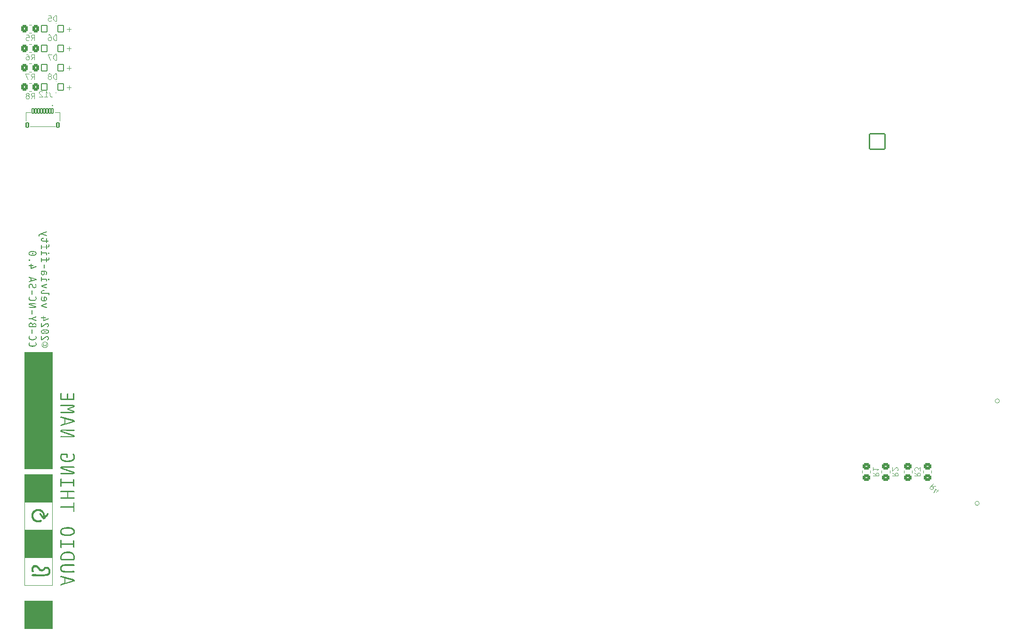
<source format=gbr>
%TF.GenerationSoftware,KiCad,Pcbnew,8.0.5*%
%TF.CreationDate,2024-11-27T23:03:38-05:00*%
%TF.ProjectId,HacKeys,4861634b-6579-4732-9e6b-696361645f70,rev?*%
%TF.SameCoordinates,Original*%
%TF.FileFunction,Legend,Bot*%
%TF.FilePolarity,Positive*%
%FSLAX46Y46*%
G04 Gerber Fmt 4.6, Leading zero omitted, Abs format (unit mm)*
G04 Created by KiCad (PCBNEW 8.0.5) date 2024-11-27 23:03:38*
%MOMM*%
%LPD*%
G01*
G04 APERTURE LIST*
G04 Aperture macros list*
%AMRoundRect*
0 Rectangle with rounded corners*
0 $1 Rounding radius*
0 $2 $3 $4 $5 $6 $7 $8 $9 X,Y pos of 4 corners*
0 Add a 4 corners polygon primitive as box body*
4,1,4,$2,$3,$4,$5,$6,$7,$8,$9,$2,$3,0*
0 Add four circle primitives for the rounded corners*
1,1,$1+$1,$2,$3*
1,1,$1+$1,$4,$5*
1,1,$1+$1,$6,$7*
1,1,$1+$1,$8,$9*
0 Add four rect primitives between the rounded corners*
20,1,$1+$1,$2,$3,$4,$5,0*
20,1,$1+$1,$4,$5,$6,$7,0*
20,1,$1+$1,$6,$7,$8,$9,0*
20,1,$1+$1,$8,$9,$2,$3,0*%
G04 Aperture macros list end*
%ADD10C,0.100000*%
%ADD11C,0.250000*%
%ADD12C,0.300000*%
%ADD13RoundRect,0.102000X0.200000X0.400000X-0.200000X0.400000X-0.200000X-0.400000X0.200000X-0.400000X0*%
%ADD14RoundRect,0.102000X0.150000X0.400000X-0.150000X0.400000X-0.150000X-0.400000X0.150000X-0.400000X0*%
%ADD15RoundRect,0.250000X-0.350000X-0.450000X0.350000X-0.450000X0.350000X0.450000X-0.350000X0.450000X0*%
%ADD16RoundRect,0.102000X-0.500000X-0.600000X0.500000X-0.600000X0.500000X0.600000X-0.500000X0.600000X0*%
%ADD17C,1.700000*%
%ADD18R,0.700000X3.200000*%
%ADD19R,0.700000X4.300000*%
%ADD20C,4.600000*%
%ADD21C,1.800000*%
%ADD22R,1.700000X1.700000*%
%ADD23O,1.700000X1.700000*%
%ADD24C,5.600000*%
%ADD25RoundRect,0.102000X1.390650X1.390650X-1.390650X1.390650X-1.390650X-1.390650X1.390650X-1.390650X0*%
%ADD26C,2.985300*%
%ADD27C,1.803400*%
%ADD28RoundRect,0.250000X-0.450000X0.350000X-0.450000X-0.350000X0.450000X-0.350000X0.450000X0.350000X0*%
%ADD29RoundRect,0.250000X0.450000X-0.350000X0.450000X0.350000X-0.450000X0.350000X-0.450000X-0.350000X0*%
%ADD30C,0.460000*%
G04 APERTURE END LIST*
D10*
X37762500Y-148050000D02*
X42762500Y-148050000D01*
X42762500Y-153050000D01*
X37762500Y-153050000D01*
X37762500Y-148050000D01*
G36*
X37762500Y-148050000D02*
G01*
X42762500Y-148050000D01*
X42762500Y-153050000D01*
X37762500Y-153050000D01*
X37762500Y-148050000D01*
G37*
D11*
G36*
X41253911Y-101749490D02*
G01*
X41254443Y-101788892D01*
X41227661Y-101851223D01*
X41221958Y-101902263D01*
X41234130Y-101974418D01*
X41276869Y-102031125D01*
X41340610Y-102059647D01*
X41416214Y-102067608D01*
X41484393Y-102061293D01*
X41545761Y-102038843D01*
X41596564Y-101988468D01*
X41615866Y-101925800D01*
X41616967Y-101907785D01*
X41607552Y-101841002D01*
X41596177Y-101812931D01*
X41623638Y-101752387D01*
X41662445Y-101743414D01*
X41706624Y-101769077D01*
X41729822Y-101831883D01*
X41738401Y-101899959D01*
X41738784Y-101921428D01*
X41733078Y-101989268D01*
X41710416Y-102063293D01*
X41671384Y-102124550D01*
X41616934Y-102172183D01*
X41548019Y-102205336D01*
X41483112Y-102220859D01*
X41410042Y-102226131D01*
X41340926Y-102221112D01*
X41264665Y-102200957D01*
X41200821Y-102165781D01*
X41150637Y-102116013D01*
X41115354Y-102052086D01*
X41096214Y-101974431D01*
X41092996Y-101921428D01*
X41100447Y-101854928D01*
X41120543Y-101792891D01*
X41146595Y-101745363D01*
X41193697Y-101722949D01*
X41253911Y-101749490D01*
G37*
G36*
X41495452Y-101397760D02*
G01*
X41578079Y-101414865D01*
X41655131Y-101442693D01*
X41725765Y-101480687D01*
X41789138Y-101528288D01*
X41844407Y-101584940D01*
X41890728Y-101650086D01*
X41927258Y-101723168D01*
X41953155Y-101803628D01*
X41967576Y-101890910D01*
X41970397Y-101952613D01*
X41964135Y-102041317D01*
X41945896Y-102124591D01*
X41916498Y-102201715D01*
X41876762Y-102271969D01*
X41827505Y-102334635D01*
X41769547Y-102388993D01*
X41703707Y-102434323D01*
X41630804Y-102469905D01*
X41551656Y-102495021D01*
X41467084Y-102508951D01*
X41408093Y-102511668D01*
X41320933Y-102505921D01*
X41238529Y-102489026D01*
X41161715Y-102461499D01*
X41091324Y-102423858D01*
X41028190Y-102376619D01*
X40973146Y-102320300D01*
X40927027Y-102255418D01*
X40890664Y-102182490D01*
X40864893Y-102102034D01*
X40850545Y-102014565D01*
X40847739Y-101952613D01*
X40947141Y-101952613D01*
X40952108Y-102024687D01*
X40966631Y-102092172D01*
X40990141Y-102154522D01*
X41022069Y-102211191D01*
X41076754Y-102276969D01*
X41144045Y-102330383D01*
X41201978Y-102361550D01*
X41265676Y-102384489D01*
X41334570Y-102398653D01*
X41408093Y-102403495D01*
X41482061Y-102398792D01*
X41551533Y-102384990D01*
X41615903Y-102362548D01*
X41674562Y-102331925D01*
X41742844Y-102279162D01*
X41798457Y-102213760D01*
X41830987Y-102157070D01*
X41854974Y-102094343D01*
X41869812Y-102026037D01*
X41874893Y-101952613D01*
X41869928Y-101879248D01*
X41855392Y-101810944D01*
X41831818Y-101748172D01*
X41799742Y-101691403D01*
X41744671Y-101625862D01*
X41676704Y-101572943D01*
X41618027Y-101542210D01*
X41553343Y-101519674D01*
X41483187Y-101505808D01*
X41408093Y-101501081D01*
X41333595Y-101505963D01*
X41264107Y-101520231D01*
X41200137Y-101543318D01*
X41142190Y-101574657D01*
X41075170Y-101628298D01*
X41020956Y-101694258D01*
X40980747Y-101771194D01*
X40960503Y-101835289D01*
X40949316Y-101904235D01*
X40947141Y-101952613D01*
X40847739Y-101952613D01*
X40854015Y-101864319D01*
X40872283Y-101781209D01*
X40901705Y-101704048D01*
X40941442Y-101633600D01*
X40990658Y-101570629D01*
X41048512Y-101515900D01*
X41114167Y-101470177D01*
X41186784Y-101434225D01*
X41265525Y-101408808D01*
X41349553Y-101394691D01*
X41408093Y-101391934D01*
X41495452Y-101397760D01*
G37*
G36*
X40866905Y-100962492D02*
G01*
X40922004Y-100925392D01*
X40980812Y-100882966D01*
X41040280Y-100838024D01*
X41097359Y-100793377D01*
X41149003Y-100751834D01*
X41199506Y-100710038D01*
X41206366Y-100704242D01*
X41258945Y-100659824D01*
X41312224Y-100617387D01*
X41368122Y-100575741D01*
X41428558Y-100533699D01*
X41486416Y-100498564D01*
X41546484Y-100468735D01*
X41609532Y-100445201D01*
X41676332Y-100428952D01*
X41747655Y-100420978D01*
X41772567Y-100420329D01*
X41848277Y-100425630D01*
X41917721Y-100441906D01*
X41979719Y-100468985D01*
X42033091Y-100506697D01*
X42085878Y-100568527D01*
X42115526Y-100629535D01*
X42132714Y-100700618D01*
X42136716Y-100760439D01*
X42131791Y-100826612D01*
X42112894Y-100902088D01*
X42081763Y-100969311D01*
X42040459Y-101028058D01*
X41991039Y-101078105D01*
X41935565Y-101119231D01*
X41900230Y-101139531D01*
X41837211Y-101158372D01*
X41779336Y-101127125D01*
X41768669Y-101091779D01*
X41797401Y-101030383D01*
X41817071Y-101016416D01*
X41875158Y-100980121D01*
X41929685Y-100930378D01*
X41967128Y-100867064D01*
X41982236Y-100796629D01*
X41983065Y-100773433D01*
X41972952Y-100706770D01*
X41938556Y-100650254D01*
X41875768Y-100610599D01*
X41806079Y-100594879D01*
X41762172Y-100592821D01*
X41690631Y-100598802D01*
X41619933Y-100617379D01*
X41556401Y-100644535D01*
X41499103Y-100675851D01*
X41435999Y-100715681D01*
X41408743Y-100734127D01*
X41352479Y-100776596D01*
X41290207Y-100826019D01*
X41233012Y-100871964D01*
X41171334Y-100921464D01*
X41107087Y-100972542D01*
X41042187Y-101023224D01*
X40978547Y-101071533D01*
X40963058Y-101083009D01*
X40907745Y-101117651D01*
X40844302Y-101138926D01*
X40833121Y-101139531D01*
X40769870Y-101119677D01*
X40731115Y-101062376D01*
X40723000Y-101005046D01*
X40723000Y-100435921D01*
X40745885Y-100374605D01*
X40801612Y-100352112D01*
X40863005Y-100379915D01*
X40879574Y-100435596D01*
X40866905Y-100962492D01*
G37*
G36*
X41489801Y-99480398D02*
G01*
X41537984Y-99524051D01*
X41561019Y-99584810D01*
X41561744Y-99598151D01*
X41544917Y-99662031D01*
X41500979Y-99710244D01*
X41439744Y-99733214D01*
X41426285Y-99733936D01*
X41362254Y-99717164D01*
X41313747Y-99673234D01*
X41290580Y-99611721D01*
X41289851Y-99598151D01*
X41306773Y-99535148D01*
X41350996Y-99487289D01*
X41412708Y-99464388D01*
X41426285Y-99463666D01*
X41489801Y-99480398D01*
G37*
G36*
X41508513Y-99184698D02*
G01*
X41589155Y-99188931D01*
X41664303Y-99196347D01*
X41733946Y-99206944D01*
X41798076Y-99220717D01*
X41883910Y-99247326D01*
X41957281Y-99281064D01*
X42018155Y-99321919D01*
X42066499Y-99369881D01*
X42102279Y-99424939D01*
X42125462Y-99487080D01*
X42136012Y-99556294D01*
X42136716Y-99580935D01*
X42130394Y-99653529D01*
X42111423Y-99720378D01*
X42079797Y-99781200D01*
X42035510Y-99835715D01*
X41978554Y-99883641D01*
X41908925Y-99924697D01*
X41826614Y-99958602D01*
X41731617Y-99985075D01*
X41661233Y-99998456D01*
X41585206Y-100008326D01*
X41503534Y-100014601D01*
X41416214Y-100017199D01*
X41330784Y-100016228D01*
X41250659Y-100011979D01*
X41175866Y-100004453D01*
X41106436Y-99993653D01*
X41042396Y-99979580D01*
X40956505Y-99952343D01*
X40882903Y-99917756D01*
X40821687Y-99875829D01*
X40772952Y-99826570D01*
X40736795Y-99769987D01*
X40713313Y-99706087D01*
X40702601Y-99634879D01*
X40701885Y-99609521D01*
X40702501Y-99602699D01*
X40847739Y-99602699D01*
X40859572Y-99669541D01*
X40896339Y-99727675D01*
X40952321Y-99771960D01*
X40976052Y-99784936D01*
X41044501Y-99812477D01*
X41117943Y-99831385D01*
X41188383Y-99843486D01*
X41266271Y-99851984D01*
X41333343Y-99856016D01*
X41404153Y-99857442D01*
X41422386Y-99857376D01*
X41497517Y-99855400D01*
X41569891Y-99850551D01*
X41638849Y-99842621D01*
X41703728Y-99831401D01*
X41775266Y-99813303D01*
X41838835Y-99789809D01*
X41896569Y-99758976D01*
X41947329Y-99716048D01*
X41982913Y-99656785D01*
X41993460Y-99593279D01*
X41981447Y-99525040D01*
X41944179Y-99466568D01*
X41887520Y-99423129D01*
X41863523Y-99410717D01*
X41796152Y-99385678D01*
X41724821Y-99368237D01*
X41655800Y-99356970D01*
X41578071Y-99349022D01*
X41509618Y-99345273D01*
X41435592Y-99344026D01*
X41416214Y-99344124D01*
X41348248Y-99345811D01*
X41283247Y-99349459D01*
X41206787Y-99356885D01*
X41136392Y-99367629D01*
X41072858Y-99381832D01*
X41006794Y-99403640D01*
X40978326Y-99416564D01*
X40920920Y-99452911D01*
X40876205Y-99501987D01*
X40850887Y-99566529D01*
X40847739Y-99602699D01*
X40702501Y-99602699D01*
X40708347Y-99538009D01*
X40727679Y-99472363D01*
X40759801Y-99412817D01*
X40804633Y-99359600D01*
X40862094Y-99312944D01*
X40932104Y-99273080D01*
X41014583Y-99240239D01*
X41109451Y-99214654D01*
X41179539Y-99201741D01*
X41255073Y-99192224D01*
X41336030Y-99186172D01*
X41422386Y-99183652D01*
X41508513Y-99184698D01*
G37*
G36*
X40866905Y-98613227D02*
G01*
X40922004Y-98576128D01*
X40980812Y-98533702D01*
X41040280Y-98488760D01*
X41097359Y-98444112D01*
X41149003Y-98402570D01*
X41199506Y-98360774D01*
X41206366Y-98354977D01*
X41258945Y-98310560D01*
X41312224Y-98268122D01*
X41368122Y-98226476D01*
X41428558Y-98184435D01*
X41486416Y-98149299D01*
X41546484Y-98119470D01*
X41609532Y-98095937D01*
X41676332Y-98079688D01*
X41747655Y-98071713D01*
X41772567Y-98071064D01*
X41848277Y-98076365D01*
X41917721Y-98092641D01*
X41979719Y-98119720D01*
X42033091Y-98157432D01*
X42085878Y-98219262D01*
X42115526Y-98280270D01*
X42132714Y-98351353D01*
X42136716Y-98411175D01*
X42131791Y-98477348D01*
X42112894Y-98552824D01*
X42081763Y-98620046D01*
X42040459Y-98678793D01*
X41991039Y-98728841D01*
X41935565Y-98769967D01*
X41900230Y-98790267D01*
X41837211Y-98809108D01*
X41779336Y-98777861D01*
X41768669Y-98742515D01*
X41797401Y-98681118D01*
X41817071Y-98667151D01*
X41875158Y-98630856D01*
X41929685Y-98581113D01*
X41967128Y-98517799D01*
X41982236Y-98447365D01*
X41983065Y-98424169D01*
X41972952Y-98357506D01*
X41938556Y-98300990D01*
X41875768Y-98261335D01*
X41806079Y-98245614D01*
X41762172Y-98243556D01*
X41690631Y-98249537D01*
X41619933Y-98268115D01*
X41556401Y-98295271D01*
X41499103Y-98326586D01*
X41435999Y-98366417D01*
X41408743Y-98384863D01*
X41352479Y-98427331D01*
X41290207Y-98476754D01*
X41233012Y-98522699D01*
X41171334Y-98572199D01*
X41107087Y-98623278D01*
X41042187Y-98673960D01*
X40978547Y-98722269D01*
X40963058Y-98733744D01*
X40907745Y-98768386D01*
X40844302Y-98789661D01*
X40833121Y-98790267D01*
X40769870Y-98770413D01*
X40731115Y-98713111D01*
X40723000Y-98655782D01*
X40723000Y-98086657D01*
X40745885Y-98025340D01*
X40801612Y-98002847D01*
X40863005Y-98030651D01*
X40879574Y-98086332D01*
X40866905Y-98613227D01*
G37*
G36*
X42020747Y-97226148D02*
G01*
X42067849Y-97216727D01*
X42125890Y-97250988D01*
X42136716Y-97295664D01*
X42111889Y-97356378D01*
X42073372Y-97379149D01*
X41238525Y-97662412D01*
X41175029Y-97680136D01*
X41163162Y-97680928D01*
X41100792Y-97652017D01*
X41078077Y-97590336D01*
X41076429Y-97561711D01*
X41076429Y-97176122D01*
X40780497Y-97176122D01*
X40718577Y-97150572D01*
X40702210Y-97096860D01*
X40725991Y-97034763D01*
X40780497Y-97016949D01*
X41076429Y-97016949D01*
X41076429Y-96813922D01*
X41114070Y-96759309D01*
X41148869Y-96751877D01*
X41208051Y-96778790D01*
X41220009Y-96813922D01*
X41220009Y-97016949D01*
X41507170Y-97016949D01*
X41569906Y-97040459D01*
X41590980Y-97096860D01*
X41564327Y-97157628D01*
X41507170Y-97176122D01*
X41220009Y-97176122D01*
X41220009Y-97502589D01*
X42020747Y-97226148D01*
G37*
G36*
X41641006Y-95309574D02*
G01*
X40862032Y-95055872D01*
X40799333Y-95031341D01*
X40744640Y-94989748D01*
X40723123Y-94925085D01*
X40723000Y-94918463D01*
X40738458Y-94854965D01*
X40786785Y-94810877D01*
X40852821Y-94781886D01*
X40861707Y-94778781D01*
X41632885Y-94508836D01*
X41697291Y-94492074D01*
X41713446Y-94490645D01*
X41771895Y-94522844D01*
X41783287Y-94569907D01*
X41756934Y-94630571D01*
X41696511Y-94659870D01*
X41685509Y-94663461D01*
X40910759Y-94913591D01*
X41692981Y-95145528D01*
X41755208Y-95174657D01*
X41783287Y-95236160D01*
X41761523Y-95298205D01*
X41708573Y-95322243D01*
X41644548Y-95310626D01*
X41641006Y-95309574D01*
G37*
G36*
X41454352Y-93294246D02*
G01*
X41537452Y-93314639D01*
X41611808Y-93348608D01*
X41675371Y-93396623D01*
X41726094Y-93459157D01*
X41761930Y-93536682D01*
X41777804Y-93604948D01*
X41783287Y-93682111D01*
X41777745Y-93759876D01*
X41761422Y-93831604D01*
X41734778Y-93896963D01*
X41698269Y-93955620D01*
X41652353Y-94007243D01*
X41597489Y-94051500D01*
X41534133Y-94088057D01*
X41462743Y-94116583D01*
X41383778Y-94136745D01*
X41297694Y-94148211D01*
X41236576Y-94150859D01*
X41145556Y-94146979D01*
X41062172Y-94133866D01*
X40986713Y-94111776D01*
X40919464Y-94080967D01*
X40860714Y-94041696D01*
X40810751Y-93994219D01*
X40769862Y-93938794D01*
X40738333Y-93875677D01*
X40716453Y-93805125D01*
X40704510Y-93727396D01*
X40702210Y-93671716D01*
X40706035Y-93595954D01*
X40717062Y-93526828D01*
X40737478Y-93457063D01*
X40769404Y-93389718D01*
X40814959Y-93327851D01*
X40824026Y-93318287D01*
X40882497Y-93287833D01*
X40931224Y-93301720D01*
X40949960Y-93366429D01*
X40929600Y-93406319D01*
X40892654Y-93462720D01*
X40868164Y-93525699D01*
X40854820Y-93594525D01*
X40851312Y-93668467D01*
X40859227Y-93742057D01*
X40879670Y-93805734D01*
X40920864Y-93871506D01*
X40977069Y-93922057D01*
X41045750Y-93957536D01*
X41124372Y-93978091D01*
X41192722Y-93983890D01*
X41191655Y-93911282D01*
X41190846Y-93840884D01*
X41190362Y-93776259D01*
X41325812Y-93776259D01*
X41326355Y-93847578D01*
X41327324Y-93916155D01*
X41328507Y-93980317D01*
X41393612Y-93973139D01*
X41467796Y-93953248D01*
X41531928Y-93920662D01*
X41583806Y-93874779D01*
X41621231Y-93814997D01*
X41642001Y-93740714D01*
X41645554Y-93688933D01*
X41638587Y-93622290D01*
X41612158Y-93555109D01*
X41569282Y-93504738D01*
X41513430Y-93469996D01*
X41448074Y-93449701D01*
X41376688Y-93442670D01*
X41332405Y-93444326D01*
X41328745Y-93509483D01*
X41326767Y-93582103D01*
X41326034Y-93650852D01*
X41325908Y-93703875D01*
X41325812Y-93776259D01*
X41190362Y-93776259D01*
X41190297Y-93767640D01*
X41190124Y-93703226D01*
X41190791Y-93635376D01*
X41192158Y-93567756D01*
X41194550Y-93501529D01*
X41198960Y-93429039D01*
X41201168Y-93403071D01*
X41216094Y-93335271D01*
X41269231Y-93294656D01*
X41317787Y-93288076D01*
X41387521Y-93287576D01*
X41454352Y-93294246D01*
G37*
G36*
X41265162Y-92141381D02*
G01*
X41329910Y-92163507D01*
X41353520Y-92219993D01*
X41325139Y-92280498D01*
X41264188Y-92295681D01*
X41196126Y-92293820D01*
X41122830Y-92294378D01*
X41056656Y-92298710D01*
X40990485Y-92309409D01*
X40961434Y-92317445D01*
X40899895Y-92348367D01*
X40857592Y-92401187D01*
X40843312Y-92471205D01*
X40843191Y-92479542D01*
X40854822Y-92546460D01*
X40896834Y-92597617D01*
X40952014Y-92621823D01*
X41018184Y-92634843D01*
X41088261Y-92641574D01*
X41117684Y-92643588D01*
X41185202Y-92646131D01*
X41260257Y-92647417D01*
X41352219Y-92648213D01*
X41421131Y-92648493D01*
X41494877Y-92648585D01*
X41572383Y-92648501D01*
X41652576Y-92648254D01*
X41734384Y-92647855D01*
X41816735Y-92647315D01*
X41898556Y-92646648D01*
X41978773Y-92645865D01*
X42056316Y-92644978D01*
X42130111Y-92643998D01*
X42199086Y-92642938D01*
X42199086Y-92941469D01*
X42181774Y-93006041D01*
X42128920Y-93032750D01*
X42068662Y-93001756D01*
X42055181Y-92941469D01*
X42055181Y-92799188D01*
X41968968Y-92799832D01*
X41872815Y-92800612D01*
X41804711Y-92801162D01*
X41734470Y-92801707D01*
X41663003Y-92802220D01*
X41591223Y-92802674D01*
X41520042Y-92803045D01*
X41450373Y-92803305D01*
X41383127Y-92803429D01*
X41288797Y-92803301D01*
X41205051Y-92802719D01*
X41134968Y-92801594D01*
X41081626Y-92799837D01*
X41010786Y-92795360D01*
X40941778Y-92786204D01*
X40877118Y-92769606D01*
X40866580Y-92765729D01*
X40806297Y-92733566D01*
X40755039Y-92683439D01*
X40722184Y-92621059D01*
X40705486Y-92547814D01*
X40702210Y-92489612D01*
X40706772Y-92423008D01*
X40724118Y-92352242D01*
X40754123Y-92291603D01*
X40796479Y-92241231D01*
X40850878Y-92201268D01*
X40882497Y-92185234D01*
X40948708Y-92162255D01*
X41013582Y-92149054D01*
X41085654Y-92141360D01*
X41151011Y-92138822D01*
X41221006Y-92139520D01*
X41265162Y-92141381D01*
G37*
G36*
X41641006Y-91785677D02*
G01*
X40862032Y-91531975D01*
X40799333Y-91507444D01*
X40744640Y-91465852D01*
X40723123Y-91401188D01*
X40723000Y-91394566D01*
X40738458Y-91331068D01*
X40786785Y-91286980D01*
X40852821Y-91257989D01*
X40861707Y-91254884D01*
X41632885Y-90984939D01*
X41697291Y-90968177D01*
X41713446Y-90966748D01*
X41771895Y-90998947D01*
X41783287Y-91046010D01*
X41756934Y-91106674D01*
X41696511Y-91135973D01*
X41685509Y-91139565D01*
X40910759Y-91389694D01*
X41692981Y-91621632D01*
X41755208Y-91650761D01*
X41783287Y-91712263D01*
X41761523Y-91774308D01*
X41708573Y-91798346D01*
X41644548Y-91786730D01*
X41641006Y-91785677D01*
G37*
G36*
X41953180Y-90175106D02*
G01*
X41969600Y-90110211D01*
X42017996Y-90058496D01*
X42086041Y-90038672D01*
X42153563Y-90058496D01*
X42202035Y-90110211D01*
X42218577Y-90175106D01*
X42202035Y-90240590D01*
X42153563Y-90292811D01*
X42086041Y-90312839D01*
X42017996Y-90292811D01*
X41969600Y-90240590D01*
X41953180Y-90175106D01*
G37*
G36*
X41762497Y-90147819D02*
G01*
X41762497Y-90470063D01*
X41739182Y-90533226D01*
X41692981Y-90550624D01*
X41634021Y-90522317D01*
X41619241Y-90470063D01*
X41619241Y-90218960D01*
X41538671Y-90218306D01*
X41472899Y-90217917D01*
X41403520Y-90217618D01*
X41331410Y-90217410D01*
X41257447Y-90217295D01*
X41182508Y-90217274D01*
X41107469Y-90217348D01*
X41033208Y-90217521D01*
X40960601Y-90217792D01*
X40890524Y-90218163D01*
X40867879Y-90218310D01*
X40867879Y-90487280D01*
X40837141Y-90547778D01*
X40792191Y-90559720D01*
X40732374Y-90527544D01*
X40723000Y-90487280D01*
X40723000Y-89808358D01*
X40744926Y-89745136D01*
X40792191Y-89726498D01*
X40853010Y-89755762D01*
X40867879Y-89808358D01*
X40867879Y-90056538D01*
X40942877Y-90057020D01*
X41020212Y-90057378D01*
X41099034Y-90057624D01*
X41178493Y-90057772D01*
X41257741Y-90057834D01*
X41335927Y-90057823D01*
X41412202Y-90057752D01*
X41485716Y-90057635D01*
X41555619Y-90057483D01*
X41621064Y-90057309D01*
X41661796Y-90057188D01*
X41728996Y-90072050D01*
X41761723Y-90131547D01*
X41762497Y-90147819D01*
G37*
G36*
X41391937Y-88645992D02*
G01*
X41459192Y-88650818D01*
X41527108Y-88661338D01*
X41592296Y-88680746D01*
X41653794Y-88713286D01*
X41660821Y-88718185D01*
X41712270Y-88766175D01*
X41748405Y-88824121D01*
X41770982Y-88891534D01*
X41780873Y-88956480D01*
X41783287Y-89015416D01*
X41778580Y-89083844D01*
X41764272Y-89156228D01*
X41740080Y-89228921D01*
X41705721Y-89298273D01*
X41660912Y-89360637D01*
X41643605Y-89379241D01*
X41584289Y-89407450D01*
X41577986Y-89407502D01*
X41519060Y-89374268D01*
X41519247Y-89305569D01*
X41526661Y-89296081D01*
X41568492Y-89241637D01*
X41600755Y-89184964D01*
X41625361Y-89117596D01*
X41636271Y-89047601D01*
X41636783Y-89029710D01*
X41632118Y-88963725D01*
X41611370Y-88900473D01*
X41561953Y-88847114D01*
X41491160Y-88817744D01*
X41437329Y-88808491D01*
X41369120Y-88799561D01*
X41303759Y-88796508D01*
X41283354Y-88796797D01*
X41326478Y-88852896D01*
X41353628Y-88918648D01*
X41369007Y-88990171D01*
X41372685Y-89059920D01*
X41364887Y-89142091D01*
X41345561Y-89216444D01*
X41315333Y-89282010D01*
X41274827Y-89337823D01*
X41224666Y-89382917D01*
X41165476Y-89416323D01*
X41097881Y-89437077D01*
X41022505Y-89444209D01*
X40954088Y-89437633D01*
X40877775Y-89411893D01*
X40813176Y-89368373D01*
X40761883Y-89308879D01*
X40731498Y-89250997D01*
X40711461Y-89184974D01*
X40702588Y-89111733D01*
X40702210Y-89092404D01*
X40705999Y-89042703D01*
X40839618Y-89042703D01*
X40845190Y-89112539D01*
X40867422Y-89179560D01*
X40911238Y-89235182D01*
X40970052Y-89267180D01*
X41039397Y-89276265D01*
X41108613Y-89264654D01*
X41171247Y-89228291D01*
X41214352Y-89169765D01*
X41235738Y-89103879D01*
X41242579Y-89039105D01*
X41242748Y-89025162D01*
X41236342Y-88954546D01*
X41214920Y-88886460D01*
X41173259Y-88830616D01*
X41106137Y-88796724D01*
X41054339Y-88790950D01*
X40987554Y-88799958D01*
X40922916Y-88833040D01*
X40875067Y-88890100D01*
X40849394Y-88957830D01*
X40840074Y-89027376D01*
X40839618Y-89042703D01*
X40705999Y-89042703D01*
X40707937Y-89017280D01*
X40723285Y-88952768D01*
X40750530Y-88889499D01*
X40788477Y-88835399D01*
X40835395Y-88797447D01*
X40795115Y-88797447D01*
X40735229Y-88768779D01*
X40723000Y-88719160D01*
X40751011Y-88660260D01*
X40800312Y-88654841D01*
X40795115Y-88654841D01*
X41313239Y-88644446D01*
X41391937Y-88645992D01*
G37*
G36*
X41388278Y-87558821D02*
G01*
X41388278Y-88163028D01*
X41364650Y-88226700D01*
X41305768Y-88252035D01*
X41244122Y-88223648D01*
X41223258Y-88163028D01*
X41223258Y-87558821D01*
X41247408Y-87494891D01*
X41306418Y-87469814D01*
X41367678Y-87497931D01*
X41388278Y-87558821D01*
G37*
G36*
X42075971Y-86461176D02*
G01*
X42070266Y-86391667D01*
X42055477Y-86324277D01*
X42049009Y-86298430D01*
X42069565Y-86233992D01*
X42118525Y-86214295D01*
X42176746Y-86247770D01*
X42185118Y-86263347D01*
X42204646Y-86325889D01*
X42215737Y-86391540D01*
X42219868Y-86458558D01*
X42219876Y-86465074D01*
X42213514Y-86540485D01*
X42196203Y-86604604D01*
X42159888Y-86669769D01*
X42108126Y-86719353D01*
X42041839Y-86754502D01*
X41978970Y-86772996D01*
X41907868Y-86783570D01*
X41888861Y-86785045D01*
X41821956Y-86787348D01*
X41762497Y-86787968D01*
X41762497Y-87013084D01*
X41731842Y-87070377D01*
X41690057Y-87080652D01*
X41630884Y-87052027D01*
X41619241Y-87013084D01*
X41619241Y-86788293D01*
X40867879Y-86788293D01*
X40867879Y-87007562D01*
X40837372Y-87068071D01*
X40793490Y-87080652D01*
X40734553Y-87050906D01*
X40723000Y-87007562D01*
X40723000Y-86386787D01*
X40751830Y-86325833D01*
X40794790Y-86313048D01*
X40855616Y-86342544D01*
X40867879Y-86386787D01*
X40867879Y-86630744D01*
X41619241Y-86630744D01*
X41619241Y-86328965D01*
X41650455Y-86271261D01*
X41691681Y-86260098D01*
X41751308Y-86293012D01*
X41762497Y-86341309D01*
X41762497Y-86633018D01*
X41829224Y-86633179D01*
X41892434Y-86630419D01*
X41961650Y-86619909D01*
X42021894Y-86592914D01*
X42063692Y-86537687D01*
X42075775Y-86472327D01*
X42075971Y-86461176D01*
G37*
G36*
X41953180Y-85476577D02*
G01*
X41969600Y-85411683D01*
X42017996Y-85359967D01*
X42086041Y-85340143D01*
X42153563Y-85359967D01*
X42202035Y-85411683D01*
X42218577Y-85476577D01*
X42202035Y-85542061D01*
X42153563Y-85594282D01*
X42086041Y-85614310D01*
X42017996Y-85594282D01*
X41969600Y-85542061D01*
X41953180Y-85476577D01*
G37*
G36*
X41762497Y-85449290D02*
G01*
X41762497Y-85771534D01*
X41739182Y-85834697D01*
X41692981Y-85852095D01*
X41634021Y-85823788D01*
X41619241Y-85771534D01*
X41619241Y-85520431D01*
X41538671Y-85519777D01*
X41472899Y-85519388D01*
X41403520Y-85519089D01*
X41331410Y-85518881D01*
X41257447Y-85518766D01*
X41182508Y-85518745D01*
X41107469Y-85518819D01*
X41033208Y-85518992D01*
X40960601Y-85519263D01*
X40890524Y-85519635D01*
X40867879Y-85519781D01*
X40867879Y-85788751D01*
X40837141Y-85849249D01*
X40792191Y-85861191D01*
X40732374Y-85829015D01*
X40723000Y-85788751D01*
X40723000Y-85109829D01*
X40744926Y-85046607D01*
X40792191Y-85027969D01*
X40853010Y-85057233D01*
X40867879Y-85109829D01*
X40867879Y-85358009D01*
X40942877Y-85358491D01*
X41020212Y-85358849D01*
X41099034Y-85359095D01*
X41178493Y-85359243D01*
X41257741Y-85359305D01*
X41335927Y-85359294D01*
X41412202Y-85359223D01*
X41485716Y-85359106D01*
X41555619Y-85358954D01*
X41621064Y-85358780D01*
X41661796Y-85358659D01*
X41728996Y-85373521D01*
X41761723Y-85433018D01*
X41762497Y-85449290D01*
G37*
G36*
X42075971Y-84111912D02*
G01*
X42070266Y-84042402D01*
X42055477Y-83975013D01*
X42049009Y-83949165D01*
X42069565Y-83884727D01*
X42118525Y-83865031D01*
X42176746Y-83898506D01*
X42185118Y-83914082D01*
X42204646Y-83976625D01*
X42215737Y-84042275D01*
X42219868Y-84109294D01*
X42219876Y-84115810D01*
X42213514Y-84191220D01*
X42196203Y-84255340D01*
X42159888Y-84320505D01*
X42108126Y-84370089D01*
X42041839Y-84405237D01*
X41978970Y-84423731D01*
X41907868Y-84434305D01*
X41888861Y-84435780D01*
X41821956Y-84438083D01*
X41762497Y-84438704D01*
X41762497Y-84663820D01*
X41731842Y-84721113D01*
X41690057Y-84731387D01*
X41630884Y-84702762D01*
X41619241Y-84663820D01*
X41619241Y-84439028D01*
X40867879Y-84439028D01*
X40867879Y-84658297D01*
X40837372Y-84718806D01*
X40793490Y-84731387D01*
X40734553Y-84701641D01*
X40723000Y-84658297D01*
X40723000Y-84037523D01*
X40751830Y-83976568D01*
X40794790Y-83963783D01*
X40855616Y-83993280D01*
X40867879Y-84037523D01*
X40867879Y-84281480D01*
X41619241Y-84281480D01*
X41619241Y-83979700D01*
X41650455Y-83921996D01*
X41691681Y-83910834D01*
X41751308Y-83943747D01*
X41762497Y-83992045D01*
X41762497Y-84283754D01*
X41829224Y-84283915D01*
X41892434Y-84281155D01*
X41961650Y-84270645D01*
X42021894Y-84243649D01*
X42063692Y-84188422D01*
X42075775Y-84123062D01*
X42075971Y-84111912D01*
G37*
G36*
X41762497Y-83192606D02*
G01*
X41952530Y-83190657D01*
X42018157Y-83203310D01*
X42055395Y-83259389D01*
X42055830Y-83268944D01*
X42025178Y-83330126D01*
X41958838Y-83349948D01*
X41952855Y-83350155D01*
X41762497Y-83354053D01*
X41762497Y-83560003D01*
X41739199Y-83621487D01*
X41693955Y-83637966D01*
X41633545Y-83611280D01*
X41619241Y-83560003D01*
X41619241Y-83354703D01*
X41545840Y-83355701D01*
X41477072Y-83356351D01*
X41402818Y-83356804D01*
X41326256Y-83356997D01*
X41250565Y-83356871D01*
X41178924Y-83356364D01*
X41099908Y-83355102D01*
X41072855Y-83354378D01*
X41002379Y-83349902D01*
X40933490Y-83340289D01*
X40870124Y-83322972D01*
X40860083Y-83318970D01*
X40800891Y-83285311D01*
X40751204Y-83232859D01*
X40719985Y-83168251D01*
X40704727Y-83093628D01*
X40702210Y-83035382D01*
X40707083Y-82969931D01*
X40724945Y-82900615D01*
X40762024Y-82833896D01*
X40809712Y-82786732D01*
X40876877Y-82748672D01*
X40941951Y-82728093D01*
X41021122Y-82715891D01*
X41115735Y-82713463D01*
X41179120Y-82737988D01*
X41198894Y-82794673D01*
X41162321Y-82849735D01*
X41114110Y-82859642D01*
X41048271Y-82861294D01*
X40980910Y-82870795D01*
X40912302Y-82898136D01*
X40866702Y-82949725D01*
X40851312Y-83023363D01*
X40859015Y-83090354D01*
X40895052Y-83145620D01*
X40930249Y-83165969D01*
X40995012Y-83183886D01*
X41063434Y-83191513D01*
X41097219Y-83193256D01*
X41164070Y-83195761D01*
X41232962Y-83197281D01*
X41302646Y-83197955D01*
X41371873Y-83197925D01*
X41439395Y-83197332D01*
X41519497Y-83196013D01*
X41592544Y-83194308D01*
X41619241Y-83193580D01*
X41619241Y-82861591D01*
X41646482Y-82800464D01*
X41696879Y-82785253D01*
X41752653Y-82819249D01*
X41762497Y-82861591D01*
X41762497Y-83192606D01*
G37*
G36*
X41064734Y-81753551D02*
G01*
X41128699Y-81731066D01*
X41194311Y-81707937D01*
X41260439Y-81684599D01*
X41325956Y-81661487D01*
X41389731Y-81639037D01*
X41470106Y-81610885D01*
X41542703Y-81585715D01*
X41604845Y-81564558D01*
X41663745Y-81545327D01*
X41731147Y-81538412D01*
X41779376Y-81586857D01*
X41783287Y-81609646D01*
X41761811Y-81674420D01*
X41703376Y-81705150D01*
X41626739Y-81728894D01*
X41550231Y-81752609D01*
X41473998Y-81776285D01*
X41398186Y-81799910D01*
X41322942Y-81823472D01*
X41248412Y-81846962D01*
X41174741Y-81870367D01*
X41102076Y-81893676D01*
X41030563Y-81916878D01*
X40960348Y-81939961D01*
X40914332Y-81955279D01*
X41704350Y-82219051D01*
X41764042Y-82250011D01*
X41783287Y-82311632D01*
X41754699Y-82371766D01*
X41685419Y-82384513D01*
X41651726Y-82375301D01*
X40719751Y-82040713D01*
X40648042Y-82069014D01*
X40575147Y-82100398D01*
X40509322Y-82133058D01*
X40452049Y-82169953D01*
X40418946Y-82205408D01*
X40397731Y-82268866D01*
X40396874Y-82333946D01*
X40398806Y-82355810D01*
X40383917Y-82421623D01*
X40341634Y-82447416D01*
X40277453Y-82430571D01*
X40248079Y-82378874D01*
X40241205Y-82313488D01*
X40244831Y-82254459D01*
X40260049Y-82187398D01*
X40291138Y-82124470D01*
X40333709Y-82073476D01*
X40375742Y-82039088D01*
X40439335Y-82000773D01*
X40508856Y-81966509D01*
X40574374Y-81937462D01*
X40644358Y-81908380D01*
X40716534Y-81879649D01*
X40774325Y-81857176D01*
X40839930Y-81832999D01*
X40908626Y-81808299D01*
X40970392Y-81786539D01*
X41034535Y-81764146D01*
X41064734Y-81753551D01*
G37*
G36*
X38554218Y-101567349D02*
G01*
X38606797Y-101525962D01*
X38624709Y-101523171D01*
X38685009Y-101552727D01*
X38698448Y-101584891D01*
X38678633Y-101644987D01*
X38644843Y-101707118D01*
X38625871Y-101772848D01*
X38623084Y-101813256D01*
X38634531Y-101895565D01*
X38667329Y-101964612D01*
X38719169Y-102021082D01*
X38787739Y-102065659D01*
X38848757Y-102091699D01*
X38916910Y-102111725D01*
X38991226Y-102126025D01*
X39070728Y-102134888D01*
X39154442Y-102138604D01*
X39183114Y-102138748D01*
X39250418Y-102137163D01*
X39343393Y-102129682D01*
X39426807Y-102116385D01*
X39500679Y-102097614D01*
X39565029Y-102073714D01*
X39636050Y-102034463D01*
X39690222Y-101987518D01*
X39727591Y-101933694D01*
X39750743Y-101857981D01*
X39752239Y-101841842D01*
X39747898Y-101772647D01*
X39725158Y-101706576D01*
X39688894Y-101645961D01*
X39673302Y-101597235D01*
X39708413Y-101539236D01*
X39754188Y-101523171D01*
X39814152Y-101551746D01*
X39826953Y-101567674D01*
X39861066Y-101624684D01*
X39884490Y-101687054D01*
X39897987Y-101753322D01*
X39902316Y-101822026D01*
X39895230Y-101901158D01*
X39874581Y-101975019D01*
X39840730Y-102043067D01*
X39794041Y-102104758D01*
X39734876Y-102159550D01*
X39663600Y-102206899D01*
X39580574Y-102246264D01*
X39518875Y-102267803D01*
X39452224Y-102285391D01*
X39380726Y-102298867D01*
X39304491Y-102308071D01*
X39223625Y-102312841D01*
X39181490Y-102313514D01*
X39096977Y-102311854D01*
X39017547Y-102306189D01*
X38943252Y-102296587D01*
X38874142Y-102283116D01*
X38810269Y-102265843D01*
X38724388Y-102232957D01*
X38650574Y-102191901D01*
X38589001Y-102142905D01*
X38539838Y-102086198D01*
X38503260Y-102022011D01*
X38479436Y-101950573D01*
X38468539Y-101872114D01*
X38467810Y-101844441D01*
X38471307Y-101777802D01*
X38484336Y-101706991D01*
X38506548Y-101644458D01*
X38541524Y-101583934D01*
X38554218Y-101567349D01*
G37*
G36*
X38554218Y-100392717D02*
G01*
X38606797Y-100351330D01*
X38624709Y-100348539D01*
X38685009Y-100378095D01*
X38698448Y-100410259D01*
X38678633Y-100470355D01*
X38644843Y-100532486D01*
X38625871Y-100598216D01*
X38623084Y-100638623D01*
X38634531Y-100720933D01*
X38667329Y-100789980D01*
X38719169Y-100846449D01*
X38787739Y-100891026D01*
X38848757Y-100917067D01*
X38916910Y-100937093D01*
X38991226Y-100951393D01*
X39070728Y-100960256D01*
X39154442Y-100963972D01*
X39183114Y-100964116D01*
X39250418Y-100962530D01*
X39343393Y-100955050D01*
X39426807Y-100941753D01*
X39500679Y-100922982D01*
X39565029Y-100899082D01*
X39636050Y-100859830D01*
X39690222Y-100812885D01*
X39727591Y-100759061D01*
X39750743Y-100683349D01*
X39752239Y-100667210D01*
X39747898Y-100598015D01*
X39725158Y-100531944D01*
X39688894Y-100471329D01*
X39673302Y-100422603D01*
X39708413Y-100364604D01*
X39754188Y-100348539D01*
X39814152Y-100377114D01*
X39826953Y-100393042D01*
X39861066Y-100450052D01*
X39884490Y-100512422D01*
X39897987Y-100578690D01*
X39902316Y-100647394D01*
X39895230Y-100726526D01*
X39874581Y-100800387D01*
X39840730Y-100868435D01*
X39794041Y-100930126D01*
X39734876Y-100984917D01*
X39663600Y-101032267D01*
X39580574Y-101071632D01*
X39518875Y-101093171D01*
X39452224Y-101110759D01*
X39380726Y-101124235D01*
X39304491Y-101133439D01*
X39223625Y-101138209D01*
X39181490Y-101138882D01*
X39096977Y-101137222D01*
X39017547Y-101131557D01*
X38943252Y-101121955D01*
X38874142Y-101108483D01*
X38810269Y-101091211D01*
X38724388Y-101058325D01*
X38650574Y-101017268D01*
X38589001Y-100968272D01*
X38539838Y-100911566D01*
X38503260Y-100847379D01*
X38479436Y-100775941D01*
X38468539Y-100697482D01*
X38467810Y-100669808D01*
X38471307Y-100603170D01*
X38484336Y-100532359D01*
X38506548Y-100469826D01*
X38541524Y-100409301D01*
X38554218Y-100392717D01*
G37*
G36*
X39153878Y-99305143D02*
G01*
X39153878Y-99909351D01*
X39130250Y-99973023D01*
X39071368Y-99998358D01*
X39009722Y-99969971D01*
X38988858Y-99909351D01*
X38988858Y-99305143D01*
X39013008Y-99241213D01*
X39072018Y-99216136D01*
X39133278Y-99244253D01*
X39153878Y-99305143D01*
G37*
G36*
X38959300Y-97983649D02*
G01*
X39036411Y-98004742D01*
X39104357Y-98042293D01*
X39160134Y-98096511D01*
X39193974Y-98152025D01*
X39216565Y-98218446D01*
X39226370Y-98295879D01*
X39226643Y-98316971D01*
X39246796Y-98241993D01*
X39285223Y-98174463D01*
X39330695Y-98126926D01*
X39387957Y-98089943D01*
X39456601Y-98065959D01*
X39536218Y-98057421D01*
X39605936Y-98062121D01*
X39684514Y-98082304D01*
X39747846Y-98117131D01*
X39797226Y-98165222D01*
X39833949Y-98225200D01*
X39859309Y-98295686D01*
X39874600Y-98375303D01*
X39880239Y-98440178D01*
X39881526Y-98485564D01*
X39880611Y-98554343D01*
X39877392Y-98620778D01*
X39874055Y-98663578D01*
X39859054Y-98728417D01*
X39797364Y-98761416D01*
X39754188Y-98764279D01*
X38607492Y-98763630D01*
X38539108Y-98750470D01*
X38497041Y-98696956D01*
X38488924Y-98655457D01*
X38474739Y-98587773D01*
X38471314Y-98522815D01*
X38471867Y-98483940D01*
X38613339Y-98483940D01*
X38614797Y-98551966D01*
X38620486Y-98607055D01*
X39133738Y-98607055D01*
X39136104Y-98563851D01*
X39257828Y-98563851D01*
X39257828Y-98607055D01*
X39739570Y-98607055D01*
X39744744Y-98539038D01*
X39745092Y-98494984D01*
X39741617Y-98425048D01*
X39728369Y-98353956D01*
X39698184Y-98290729D01*
X39641240Y-98244327D01*
X39571969Y-98225216D01*
X39514454Y-98221792D01*
X39443759Y-98229239D01*
X39372703Y-98258810D01*
X39317719Y-98312528D01*
X39284974Y-98376991D01*
X39267796Y-98442176D01*
X39258990Y-98520021D01*
X39257828Y-98563851D01*
X39136104Y-98563851D01*
X39137408Y-98540030D01*
X39138285Y-98491411D01*
X39135580Y-98416296D01*
X39126748Y-98348825D01*
X39105467Y-98276350D01*
X39070854Y-98218387D01*
X39020821Y-98176365D01*
X38953278Y-98151712D01*
X38885233Y-98145453D01*
X38807791Y-98152325D01*
X38743068Y-98173972D01*
X38682409Y-98221629D01*
X38646216Y-98281225D01*
X38623241Y-98360544D01*
X38614483Y-98439240D01*
X38613339Y-98483940D01*
X38471867Y-98483940D01*
X38472033Y-98472245D01*
X38477803Y-98390033D01*
X38490545Y-98314134D01*
X38510259Y-98244937D01*
X38536945Y-98182828D01*
X38583372Y-98111710D01*
X38642194Y-98054800D01*
X38713411Y-98013014D01*
X38774958Y-97992152D01*
X38843477Y-97980700D01*
X38893029Y-97978484D01*
X38959300Y-97983649D01*
G37*
G36*
X39776927Y-97666310D02*
G01*
X39007699Y-97336270D01*
X38573708Y-97336270D01*
X38512061Y-97315111D01*
X38488600Y-97253435D01*
X38512061Y-97191239D01*
X38573708Y-97170275D01*
X39007699Y-97170275D01*
X39750290Y-96849330D01*
X39810797Y-96824188D01*
X39818832Y-96823992D01*
X39872481Y-96863896D01*
X39881526Y-96907477D01*
X39856306Y-96967938D01*
X39816233Y-96991286D01*
X39170445Y-97250836D01*
X39835074Y-97510061D01*
X39889535Y-97546283D01*
X39902316Y-97590622D01*
X39881515Y-97653428D01*
X39837023Y-97679629D01*
X39776927Y-97666310D01*
G37*
G36*
X39153878Y-95781246D02*
G01*
X39153878Y-96385454D01*
X39130250Y-96449126D01*
X39071368Y-96474461D01*
X39009722Y-96446074D01*
X38988858Y-96385454D01*
X38988858Y-95781246D01*
X39013008Y-95717316D01*
X39072018Y-95692239D01*
X39133278Y-95720357D01*
X39153878Y-95781246D01*
G37*
G36*
X39772054Y-94663137D02*
G01*
X39705180Y-94665723D01*
X39632695Y-94666715D01*
X39556317Y-94666470D01*
X39477764Y-94665345D01*
X39398752Y-94663696D01*
X39321000Y-94661880D01*
X39290637Y-94661188D01*
X39213312Y-94659412D01*
X39136037Y-94657335D01*
X39058800Y-94655083D01*
X38981589Y-94652782D01*
X38904394Y-94650557D01*
X38827203Y-94648534D01*
X38750004Y-94646838D01*
X38672785Y-94645595D01*
X38659142Y-94642022D01*
X38672461Y-94647219D01*
X38739795Y-94670442D01*
X38810816Y-94694985D01*
X38884749Y-94720585D01*
X38960820Y-94746977D01*
X39038253Y-94773898D01*
X39116275Y-94801084D01*
X39194110Y-94828273D01*
X39270984Y-94855200D01*
X39346122Y-94881602D01*
X39418749Y-94907214D01*
X39488092Y-94931774D01*
X39553374Y-94955018D01*
X39641990Y-94986840D01*
X39717115Y-95014217D01*
X39758411Y-95029560D01*
X39818113Y-95057382D01*
X39867079Y-95103428D01*
X39881526Y-95161121D01*
X39864995Y-95224058D01*
X39809459Y-95265773D01*
X39775952Y-95274491D01*
X39704568Y-95280841D01*
X39638024Y-95283319D01*
X39557608Y-95284891D01*
X39484968Y-95285632D01*
X39406328Y-95286025D01*
X39322968Y-95286172D01*
X39279917Y-95286185D01*
X39208737Y-95286107D01*
X39137194Y-95286041D01*
X39065869Y-95285964D01*
X38995341Y-95285854D01*
X38926190Y-95285689D01*
X38858995Y-95285445D01*
X38773448Y-95284959D01*
X38693785Y-95284241D01*
X38621378Y-95283238D01*
X38588326Y-95282612D01*
X38524548Y-95268839D01*
X38489009Y-95209794D01*
X38488600Y-95199452D01*
X38525035Y-95142518D01*
X38588651Y-95131560D01*
X38659281Y-95132893D01*
X38738469Y-95134685D01*
X38806217Y-95136375D01*
X38876418Y-95138230D01*
X38947729Y-95140194D01*
X39018806Y-95142209D01*
X39088305Y-95144219D01*
X39122043Y-95145204D01*
X39192440Y-95146962D01*
X39262822Y-95148614D01*
X39333204Y-95150206D01*
X39403601Y-95151782D01*
X39474028Y-95153388D01*
X39544502Y-95155071D01*
X39615036Y-95156875D01*
X39685646Y-95158847D01*
X39698315Y-95161771D01*
X39685321Y-95158522D01*
X39615900Y-95134967D01*
X39541277Y-95109712D01*
X39462562Y-95083083D01*
X39380867Y-95055405D01*
X39297301Y-95027004D01*
X39212973Y-94998205D01*
X39128995Y-94969333D01*
X39046477Y-94940715D01*
X38966528Y-94912675D01*
X38890258Y-94885540D01*
X38818779Y-94859634D01*
X38753199Y-94835283D01*
X38668321Y-94802385D01*
X38602962Y-94774816D01*
X38572084Y-94759940D01*
X38518254Y-94722974D01*
X38489589Y-94662797D01*
X38488600Y-94641047D01*
X38507741Y-94573265D01*
X38560623Y-94535330D01*
X38626331Y-94520794D01*
X38634779Y-94519881D01*
X38706554Y-94515440D01*
X38780656Y-94514326D01*
X38852842Y-94514667D01*
X38919277Y-94515403D01*
X38991556Y-94516179D01*
X39006724Y-94516308D01*
X39076953Y-94516579D01*
X39149615Y-94517007D01*
X39224060Y-94517559D01*
X39299637Y-94518203D01*
X39375695Y-94518907D01*
X39451585Y-94519639D01*
X39526656Y-94520367D01*
X39600258Y-94521058D01*
X39671740Y-94521681D01*
X39740451Y-94522203D01*
X39784398Y-94522480D01*
X39850345Y-94538399D01*
X39881526Y-94597843D01*
X39851510Y-94655593D01*
X39784686Y-94664877D01*
X39770755Y-94663137D01*
X39772054Y-94663137D01*
G37*
G36*
X38554218Y-93344924D02*
G01*
X38606797Y-93303537D01*
X38624709Y-93300745D01*
X38685009Y-93330301D01*
X38698448Y-93362465D01*
X38678633Y-93422561D01*
X38644843Y-93484693D01*
X38625871Y-93550423D01*
X38623084Y-93590830D01*
X38634531Y-93673140D01*
X38667329Y-93742186D01*
X38719169Y-93798656D01*
X38787739Y-93843233D01*
X38848757Y-93869274D01*
X38916910Y-93889299D01*
X38991226Y-93903599D01*
X39070728Y-93912463D01*
X39154442Y-93916178D01*
X39183114Y-93916323D01*
X39250418Y-93914737D01*
X39343393Y-93907256D01*
X39426807Y-93893959D01*
X39500679Y-93875189D01*
X39565029Y-93851289D01*
X39636050Y-93812037D01*
X39690222Y-93765092D01*
X39727591Y-93711268D01*
X39750743Y-93635556D01*
X39752239Y-93619416D01*
X39747898Y-93550221D01*
X39725158Y-93484151D01*
X39688894Y-93423536D01*
X39673302Y-93374809D01*
X39708413Y-93316810D01*
X39754188Y-93300745D01*
X39814152Y-93329320D01*
X39826953Y-93345249D01*
X39861066Y-93402259D01*
X39884490Y-93464628D01*
X39897987Y-93530896D01*
X39902316Y-93599601D01*
X39895230Y-93678733D01*
X39874581Y-93752594D01*
X39840730Y-93820641D01*
X39794041Y-93882332D01*
X39734876Y-93937124D01*
X39663600Y-93984473D01*
X39580574Y-94023838D01*
X39518875Y-94045377D01*
X39452224Y-94062965D01*
X39380726Y-94076442D01*
X39304491Y-94085645D01*
X39223625Y-94090416D01*
X39181490Y-94091088D01*
X39096977Y-94089428D01*
X39017547Y-94083763D01*
X38943252Y-94074161D01*
X38874142Y-94060690D01*
X38810269Y-94043418D01*
X38724388Y-94010531D01*
X38650574Y-93969475D01*
X38589001Y-93920479D01*
X38539838Y-93863773D01*
X38503260Y-93799586D01*
X38479436Y-93728148D01*
X38468539Y-93649689D01*
X38467810Y-93622015D01*
X38471307Y-93555376D01*
X38484336Y-93484566D01*
X38506548Y-93422033D01*
X38541524Y-93361508D01*
X38554218Y-93344924D01*
G37*
G36*
X39153878Y-92257349D02*
G01*
X39153878Y-92861557D01*
X39130250Y-92925229D01*
X39071368Y-92950564D01*
X39009722Y-92922177D01*
X38988858Y-92861557D01*
X38988858Y-92257349D01*
X39013008Y-92193420D01*
X39072018Y-92168342D01*
X39133278Y-92196460D01*
X39153878Y-92257349D01*
G37*
G36*
X39798691Y-91023921D02*
G01*
X39831551Y-91083098D01*
X39854826Y-91147324D01*
X39871579Y-91219469D01*
X39879726Y-91284935D01*
X39881526Y-91329273D01*
X39877875Y-91399496D01*
X39866633Y-91464510D01*
X39840520Y-91542556D01*
X39802546Y-91610055D01*
X39753646Y-91666273D01*
X39694750Y-91710475D01*
X39626793Y-91741926D01*
X39550706Y-91759892D01*
X39509906Y-91763588D01*
X39442639Y-91761748D01*
X39366162Y-91744593D01*
X39298372Y-91710788D01*
X39239522Y-91660177D01*
X39199048Y-91607483D01*
X39164588Y-91543853D01*
X39136269Y-91469207D01*
X39130164Y-91448815D01*
X39112010Y-91386242D01*
X39096381Y-91333496D01*
X39073481Y-91268582D01*
X39039836Y-91208283D01*
X38990311Y-91160460D01*
X38927607Y-91134816D01*
X38861686Y-91128835D01*
X38849500Y-91129170D01*
X38784912Y-91139219D01*
X38721852Y-91168855D01*
X38674625Y-91216125D01*
X38643309Y-91279397D01*
X38629420Y-91343170D01*
X38626333Y-91400739D01*
X38631623Y-91469579D01*
X38647937Y-91538141D01*
X38676034Y-91604202D01*
X38706569Y-91654766D01*
X38727799Y-91717709D01*
X38700722Y-91775282D01*
X38638374Y-91794368D01*
X38583778Y-91765537D01*
X38544006Y-91708405D01*
X38515295Y-91648809D01*
X38490970Y-91577255D01*
X38476273Y-91510050D01*
X38468548Y-91437290D01*
X38467810Y-91406911D01*
X38472217Y-91332320D01*
X38485081Y-91263351D01*
X38505866Y-91200335D01*
X38544974Y-91126140D01*
X38595937Y-91063892D01*
X38657485Y-91014371D01*
X38728347Y-90978357D01*
X38807250Y-90956630D01*
X38870940Y-90950181D01*
X38943745Y-90953201D01*
X39008450Y-90967154D01*
X39078542Y-90999460D01*
X39137369Y-91047670D01*
X39185703Y-91111132D01*
X39217335Y-91172442D01*
X39243144Y-91242758D01*
X39248732Y-91261706D01*
X39266598Y-91324806D01*
X39284465Y-91388394D01*
X39308835Y-91456824D01*
X39343534Y-91518441D01*
X39392007Y-91565347D01*
X39458667Y-91591057D01*
X39517052Y-91594345D01*
X39590585Y-91581310D01*
X39650327Y-91548995D01*
X39695097Y-91498813D01*
X39723713Y-91432177D01*
X39734368Y-91365098D01*
X39734697Y-91320177D01*
X39726931Y-91254686D01*
X39709832Y-91191524D01*
X39683135Y-91129263D01*
X39673302Y-91110654D01*
X39662277Y-91046540D01*
X39696366Y-90998583D01*
X39763660Y-90994434D01*
X39798691Y-91023921D01*
G37*
G36*
X38597097Y-89749237D02*
G01*
X39788296Y-90075054D01*
X39851913Y-90100539D01*
X39894779Y-90150063D01*
X39902316Y-90195571D01*
X39885597Y-90259530D01*
X39831039Y-90304356D01*
X39786672Y-90321285D01*
X38600021Y-90677638D01*
X38545122Y-90682836D01*
X38494437Y-90639750D01*
X38488600Y-90606822D01*
X38510957Y-90543924D01*
X38555517Y-90518790D01*
X38868666Y-90430433D01*
X38868666Y-90394375D01*
X39008348Y-90394375D01*
X39707101Y-90203365D01*
X39008348Y-90027627D01*
X39008348Y-90394375D01*
X38868666Y-90394375D01*
X38868666Y-89994168D01*
X38563638Y-89910684D01*
X38506141Y-89879986D01*
X38488600Y-89822002D01*
X38514777Y-89759523D01*
X38548695Y-89745014D01*
X38597097Y-89749237D01*
G37*
G36*
X39786347Y-87829090D02*
G01*
X39833449Y-87819669D01*
X39891490Y-87853930D01*
X39902316Y-87898606D01*
X39877489Y-87959320D01*
X39838972Y-87982091D01*
X39004125Y-88265354D01*
X38940629Y-88283078D01*
X38928762Y-88283870D01*
X38866392Y-88254959D01*
X38843677Y-88193278D01*
X38842029Y-88164653D01*
X38842029Y-87779064D01*
X38546097Y-87779064D01*
X38484177Y-87753514D01*
X38467810Y-87699802D01*
X38491591Y-87637705D01*
X38546097Y-87619891D01*
X38842029Y-87619891D01*
X38842029Y-87416864D01*
X38879670Y-87362251D01*
X38914469Y-87354819D01*
X38973651Y-87381732D01*
X38985609Y-87416864D01*
X38985609Y-87619891D01*
X39272770Y-87619891D01*
X39335506Y-87643401D01*
X39356580Y-87699802D01*
X39329927Y-87760570D01*
X39272770Y-87779064D01*
X38985609Y-87779064D01*
X38985609Y-88105531D01*
X39786347Y-87829090D01*
G37*
G36*
X38460663Y-86723324D02*
G01*
X38476748Y-86655033D01*
X38519654Y-86601176D01*
X38581359Y-86569559D01*
X38620811Y-86564476D01*
X38688677Y-86580366D01*
X38742644Y-86622831D01*
X38774516Y-86684067D01*
X38779659Y-86723324D01*
X38763603Y-86791945D01*
X38720899Y-86846156D01*
X38659743Y-86878021D01*
X38620811Y-86883147D01*
X38552127Y-86867125D01*
X38497787Y-86824349D01*
X38465811Y-86762754D01*
X38460663Y-86723324D01*
G37*
G36*
X39255401Y-85384811D02*
G01*
X39303584Y-85428464D01*
X39326619Y-85489223D01*
X39327344Y-85502564D01*
X39310517Y-85566445D01*
X39266579Y-85614657D01*
X39205344Y-85637627D01*
X39191885Y-85638349D01*
X39127854Y-85621577D01*
X39079347Y-85577647D01*
X39056180Y-85516134D01*
X39055451Y-85502564D01*
X39072373Y-85439561D01*
X39116596Y-85391702D01*
X39178308Y-85368801D01*
X39191885Y-85368079D01*
X39255401Y-85384811D01*
G37*
G36*
X39274113Y-85089111D02*
G01*
X39354755Y-85093344D01*
X39429903Y-85100761D01*
X39499546Y-85111357D01*
X39563676Y-85125130D01*
X39649510Y-85151739D01*
X39722881Y-85185477D01*
X39783755Y-85226333D01*
X39832099Y-85274295D01*
X39867879Y-85329352D01*
X39891062Y-85391493D01*
X39901612Y-85460707D01*
X39902316Y-85485348D01*
X39895994Y-85557942D01*
X39877023Y-85624791D01*
X39845397Y-85685614D01*
X39801110Y-85740128D01*
X39744154Y-85788054D01*
X39674525Y-85829110D01*
X39592214Y-85863015D01*
X39497217Y-85889488D01*
X39426833Y-85902869D01*
X39350806Y-85912739D01*
X39269134Y-85919014D01*
X39181814Y-85921612D01*
X39096384Y-85920642D01*
X39016259Y-85916392D01*
X38941466Y-85908866D01*
X38872036Y-85898066D01*
X38807996Y-85883994D01*
X38722105Y-85856756D01*
X38648503Y-85822169D01*
X38587287Y-85780243D01*
X38538552Y-85730984D01*
X38502395Y-85674400D01*
X38478913Y-85610500D01*
X38468201Y-85539293D01*
X38467485Y-85513934D01*
X38468101Y-85507112D01*
X38613339Y-85507112D01*
X38625172Y-85573954D01*
X38661939Y-85632088D01*
X38717921Y-85676373D01*
X38741652Y-85689349D01*
X38810101Y-85716890D01*
X38883543Y-85735798D01*
X38953983Y-85747899D01*
X39031871Y-85756398D01*
X39098943Y-85760429D01*
X39169753Y-85761855D01*
X39187986Y-85761789D01*
X39263117Y-85759813D01*
X39335491Y-85754964D01*
X39404449Y-85747034D01*
X39469328Y-85735814D01*
X39540866Y-85717716D01*
X39604435Y-85694222D01*
X39662169Y-85663389D01*
X39712929Y-85620461D01*
X39748513Y-85561199D01*
X39759060Y-85497692D01*
X39747047Y-85429453D01*
X39709779Y-85370981D01*
X39653120Y-85327542D01*
X39629123Y-85315130D01*
X39561752Y-85290091D01*
X39490421Y-85272650D01*
X39421400Y-85261383D01*
X39343671Y-85253435D01*
X39275218Y-85249687D01*
X39201192Y-85248439D01*
X39181814Y-85248537D01*
X39113848Y-85250224D01*
X39048847Y-85253872D01*
X38972387Y-85261298D01*
X38901992Y-85272042D01*
X38838458Y-85286245D01*
X38772394Y-85308053D01*
X38743926Y-85320977D01*
X38686520Y-85357324D01*
X38641805Y-85406400D01*
X38616487Y-85470942D01*
X38613339Y-85507112D01*
X38468101Y-85507112D01*
X38473947Y-85442422D01*
X38493279Y-85376777D01*
X38525401Y-85317230D01*
X38570233Y-85264013D01*
X38627694Y-85217357D01*
X38697704Y-85177493D01*
X38780183Y-85144653D01*
X38875051Y-85119067D01*
X38945139Y-85106154D01*
X39020673Y-85096638D01*
X39101630Y-85090585D01*
X39187986Y-85088065D01*
X39274113Y-85089111D01*
G37*
D10*
G36*
X44367018Y-143606437D02*
G01*
X46606114Y-144218876D01*
X46720064Y-144263337D01*
X46798816Y-144365289D01*
X46805783Y-144426482D01*
X46772764Y-144544258D01*
X46672232Y-144618461D01*
X46602451Y-144643859D01*
X44371903Y-145313695D01*
X44276038Y-145322854D01*
X44190713Y-145231538D01*
X44187500Y-145198900D01*
X44236152Y-145082615D01*
X44299241Y-145052965D01*
X44901910Y-144882606D01*
X44901910Y-144825819D01*
X45125392Y-144825819D01*
X46470560Y-144458234D01*
X46470560Y-144424040D01*
X45125392Y-144085764D01*
X45125392Y-144825819D01*
X44901910Y-144825819D01*
X44901910Y-144033251D01*
X44313895Y-143872051D01*
X44204977Y-143807571D01*
X44187500Y-143724895D01*
X44240006Y-143613110D01*
X44282754Y-143599110D01*
X44367018Y-143606437D01*
G37*
G36*
X46600008Y-142970184D02*
G01*
X45172409Y-142970184D01*
X45035507Y-142968329D01*
X44913360Y-142962811D01*
X44789602Y-142951840D01*
X44660325Y-142930739D01*
X44613703Y-142918893D01*
X44484960Y-142867372D01*
X44375374Y-142794587D01*
X44286037Y-142701281D01*
X44218037Y-142588194D01*
X44172466Y-142456066D01*
X44150413Y-142305638D01*
X44148421Y-142240509D01*
X44160742Y-142101717D01*
X44197082Y-141968343D01*
X44256504Y-141844998D01*
X44338073Y-141736293D01*
X44440850Y-141646841D01*
X44563901Y-141581254D01*
X44618588Y-141562735D01*
X44744430Y-141535366D01*
X44875415Y-141518955D01*
X45012911Y-141509818D01*
X45148253Y-141506628D01*
X45172409Y-141506559D01*
X46600008Y-141506559D01*
X46721821Y-141534492D01*
X46766704Y-141646999D01*
X46710443Y-141759633D01*
X46600008Y-141779501D01*
X46469696Y-141779315D01*
X46332486Y-141778814D01*
X46190467Y-141778084D01*
X46045730Y-141777211D01*
X45900362Y-141776281D01*
X45756454Y-141775379D01*
X45616096Y-141774592D01*
X45481376Y-141774005D01*
X45358363Y-141774154D01*
X45234207Y-141774814D01*
X45101613Y-141776729D01*
X44984342Y-141780722D01*
X44851449Y-141791132D01*
X44725913Y-141812051D01*
X44609798Y-141853340D01*
X44600881Y-141858269D01*
X44502534Y-141935585D01*
X44429514Y-142048498D01*
X44397854Y-142174872D01*
X44394495Y-142238677D01*
X44411168Y-142372945D01*
X44460642Y-142486311D01*
X44553093Y-142584190D01*
X44600881Y-142614200D01*
X44719452Y-142658733D01*
X44843035Y-142681512D01*
X44954422Y-142692358D01*
X45080893Y-142698594D01*
X45213416Y-142701684D01*
X45336951Y-142702696D01*
X45370245Y-142702739D01*
X45512453Y-142702450D01*
X45664463Y-142701689D01*
X45823085Y-142700613D01*
X45985127Y-142699380D01*
X46147398Y-142698147D01*
X46306707Y-142697071D01*
X46459862Y-142696310D01*
X46603672Y-142696022D01*
X46723995Y-142721763D01*
X46766704Y-142829134D01*
X46716595Y-142945649D01*
X46600008Y-142970184D01*
G37*
G36*
X45703803Y-139212094D02*
G01*
X45831186Y-139221704D01*
X46009420Y-139249092D01*
X46171361Y-139293482D01*
X46316018Y-139356490D01*
X46442395Y-139439730D01*
X46549501Y-139544819D01*
X46636342Y-139673369D01*
X46701926Y-139826998D01*
X46745258Y-140007320D01*
X46761293Y-140143161D01*
X46766704Y-140292062D01*
X46762957Y-140422028D01*
X46752741Y-140550561D01*
X46750218Y-140572941D01*
X46712866Y-140690793D01*
X46603313Y-140753811D01*
X46499869Y-140762229D01*
X44427468Y-140762229D01*
X44299225Y-140746342D01*
X44204529Y-140658215D01*
X44187500Y-140588206D01*
X44174922Y-140460442D01*
X44174066Y-140376936D01*
X44178209Y-140293893D01*
X44421973Y-140293893D01*
X44423541Y-140419336D01*
X44432353Y-140496004D01*
X46517576Y-140496004D01*
X46528057Y-140369968D01*
X46529788Y-140246266D01*
X46516522Y-140103886D01*
X46489406Y-139977652D01*
X46429866Y-139833651D01*
X46341286Y-139716415D01*
X46221139Y-139624835D01*
X46108794Y-139572319D01*
X45976206Y-139533144D01*
X45822310Y-139506840D01*
X45646040Y-139492941D01*
X45515570Y-139490334D01*
X45380090Y-139493476D01*
X45254475Y-139502898D01*
X45084120Y-139528809D01*
X44934859Y-139568848D01*
X44806031Y-139623013D01*
X44696975Y-139691301D01*
X44581180Y-139804314D01*
X44497793Y-139942422D01*
X44455577Y-140062467D01*
X44430048Y-140196621D01*
X44421973Y-140293893D01*
X44178209Y-140293893D01*
X44180585Y-140246274D01*
X44195650Y-140121931D01*
X44235306Y-139947905D01*
X44296857Y-139789745D01*
X44381901Y-139648442D01*
X44492040Y-139524986D01*
X44628872Y-139420367D01*
X44793998Y-139335575D01*
X44920591Y-139290551D01*
X45060943Y-139255073D01*
X45215531Y-139229433D01*
X45384826Y-139213926D01*
X45569303Y-139208845D01*
X45569914Y-139208845D01*
X45703803Y-139212094D01*
G37*
G36*
X46727625Y-137277494D02*
G01*
X46727625Y-138394295D01*
X46662418Y-138498429D01*
X46608557Y-138509699D01*
X46496325Y-138450613D01*
X46482161Y-138394295D01*
X46482161Y-137972976D01*
X44437848Y-137972976D01*
X44437848Y-138477337D01*
X44366418Y-138577028D01*
X44309621Y-138586636D01*
X44198080Y-138526873D01*
X44187500Y-138477337D01*
X44187500Y-137186514D01*
X44254907Y-137079073D01*
X44310842Y-137067445D01*
X44420444Y-137123724D01*
X44437848Y-137186514D01*
X44437848Y-137706751D01*
X46482161Y-137706751D01*
X46482161Y-137277494D01*
X46552924Y-137173605D01*
X46609167Y-137162090D01*
X46717359Y-137227520D01*
X46727625Y-137277494D01*
G37*
G36*
X45640445Y-134813518D02*
G01*
X45791375Y-134821238D01*
X45931744Y-134835035D01*
X46061577Y-134854920D01*
X46236616Y-134896190D01*
X46388073Y-134951224D01*
X46516021Y-135020061D01*
X46620536Y-135102742D01*
X46701695Y-135199305D01*
X46759572Y-135309789D01*
X46794243Y-135434234D01*
X46805783Y-135572679D01*
X46794236Y-135713335D01*
X46759519Y-135842374D01*
X46701518Y-135959352D01*
X46620118Y-136063826D01*
X46515203Y-136155350D01*
X46386660Y-136233483D01*
X46234373Y-136297780D01*
X46058228Y-136347797D01*
X45927487Y-136372990D01*
X45786057Y-136391507D01*
X45633905Y-136403217D01*
X45470996Y-136407990D01*
X45311444Y-136406263D01*
X45162069Y-136398324D01*
X45022887Y-136384158D01*
X44893915Y-136363749D01*
X44719633Y-136321399D01*
X44568413Y-136264918D01*
X44440308Y-136194255D01*
X44335374Y-136109359D01*
X44253663Y-136010178D01*
X44195231Y-135896660D01*
X44160132Y-135768756D01*
X44148421Y-135626413D01*
X44149510Y-135613590D01*
X44390832Y-135613590D01*
X44410488Y-135743804D01*
X44469838Y-135855263D01*
X44569453Y-135948048D01*
X44642402Y-135991556D01*
X44772398Y-136042366D01*
X44911143Y-136077418D01*
X45043795Y-136099933D01*
X45190126Y-136115796D01*
X45315904Y-136123339D01*
X45448489Y-136126013D01*
X45482597Y-136125889D01*
X45615402Y-136122296D01*
X45740979Y-136114316D01*
X45886982Y-136098293D01*
X46019830Y-136075693D01*
X46138490Y-136046670D01*
X46260698Y-136003580D01*
X46313023Y-135978733D01*
X46425127Y-135904659D01*
X46512794Y-135803569D01*
X46559908Y-135684620D01*
X46568867Y-135595882D01*
X46548880Y-135463396D01*
X46488375Y-135351686D01*
X46386538Y-135261239D01*
X46311802Y-135220359D01*
X46184714Y-135172573D01*
X46050283Y-135139283D01*
X45920387Y-135117742D01*
X45774335Y-135102478D01*
X45645917Y-135095191D01*
X45507256Y-135092614D01*
X45470996Y-135092742D01*
X45333737Y-135096670D01*
X45205601Y-135104706D01*
X45058643Y-135120330D01*
X44926820Y-135141919D01*
X44789301Y-135175346D01*
X44658426Y-135224161D01*
X44642402Y-135231960D01*
X44531739Y-135303611D01*
X44445609Y-135403235D01*
X44399554Y-135522837D01*
X44390832Y-135613590D01*
X44149510Y-135613590D01*
X44160197Y-135487792D01*
X44195493Y-135361023D01*
X44254256Y-135246462D01*
X44336436Y-135144465D01*
X44441981Y-135055388D01*
X44570840Y-134979587D01*
X44722961Y-134917420D01*
X44898294Y-134869241D01*
X45028052Y-134845069D01*
X45168088Y-134827378D01*
X45318387Y-134816274D01*
X45478934Y-134811863D01*
X45640445Y-134813518D01*
G37*
G36*
X46727625Y-130476552D02*
G01*
X46727625Y-131917585D01*
X46672259Y-132030702D01*
X46608557Y-132044591D01*
X46502031Y-131982765D01*
X46489488Y-131913921D01*
X46489488Y-131347889D01*
X44348700Y-131347889D01*
X44229844Y-131317110D01*
X44187500Y-131206838D01*
X44239082Y-131093414D01*
X44348700Y-131070062D01*
X46489488Y-131070062D01*
X46489488Y-130479605D01*
X46541548Y-130366927D01*
X46611610Y-130350157D01*
X46717741Y-130416016D01*
X46727625Y-130476552D01*
G37*
G36*
X46766704Y-128403541D02*
G01*
X46716608Y-128518409D01*
X46618937Y-128543981D01*
X45629754Y-128543981D01*
X45629754Y-129435467D01*
X46618937Y-129435467D01*
X46737400Y-129476239D01*
X46766704Y-129571632D01*
X46716608Y-129687281D01*
X46618937Y-129713293D01*
X44332824Y-129713293D01*
X44216523Y-129670911D01*
X44187500Y-129572854D01*
X44235414Y-129460116D01*
X44332824Y-129435467D01*
X45398944Y-129435467D01*
X45398944Y-128543981D01*
X44332824Y-128543981D01*
X44216523Y-128501598D01*
X44187500Y-128403541D01*
X44240850Y-128288080D01*
X44332824Y-128267376D01*
X46618937Y-128267376D01*
X46737400Y-128307663D01*
X46766704Y-128403541D01*
G37*
G36*
X46727625Y-126237718D02*
G01*
X46727625Y-127354518D01*
X46662418Y-127458653D01*
X46608557Y-127469923D01*
X46496325Y-127410837D01*
X46482161Y-127354518D01*
X46482161Y-126933199D01*
X44437848Y-126933199D01*
X44437848Y-127437561D01*
X44366418Y-127537251D01*
X44309621Y-127546859D01*
X44198080Y-127487096D01*
X44187500Y-127437561D01*
X44187500Y-126146737D01*
X44254907Y-126039296D01*
X44310842Y-126027669D01*
X44420444Y-126083947D01*
X44437848Y-126146737D01*
X44437848Y-126666974D01*
X46482161Y-126666974D01*
X46482161Y-126237718D01*
X46552924Y-126133829D01*
X46609167Y-126122313D01*
X46717359Y-126187743D01*
X46727625Y-126237718D01*
G37*
G36*
X46580469Y-124120743D02*
G01*
X46455009Y-124117801D01*
X46318927Y-124114279D01*
X46175467Y-124110398D01*
X46027869Y-124106384D01*
X45879377Y-124102459D01*
X45733234Y-124098847D01*
X45676160Y-124097540D01*
X45530811Y-124094202D01*
X45385549Y-124090298D01*
X45240344Y-124086066D01*
X45095167Y-124081740D01*
X44949990Y-124077558D01*
X44804785Y-124073755D01*
X44659523Y-124070567D01*
X44514174Y-124068230D01*
X44468989Y-124081053D01*
X44506847Y-124109141D01*
X44633516Y-124152793D01*
X44767088Y-124198927D01*
X44906112Y-124247046D01*
X45049133Y-124296655D01*
X45194698Y-124347259D01*
X45341353Y-124398361D01*
X45487644Y-124449468D01*
X45632120Y-124500082D01*
X45773325Y-124549709D01*
X45909806Y-124597853D01*
X46040111Y-124644019D01*
X46162785Y-124687710D01*
X46329309Y-124747525D01*
X46470489Y-124798986D01*
X46548107Y-124827826D01*
X46665908Y-124883491D01*
X46750385Y-124972940D01*
X46766704Y-125056803D01*
X46729772Y-125178669D01*
X46615757Y-125243913D01*
X46584743Y-125250366D01*
X46451554Y-125262301D01*
X46327106Y-125266959D01*
X46176528Y-125269915D01*
X46040371Y-125271308D01*
X45892836Y-125272046D01*
X45736300Y-125272322D01*
X45655399Y-125272348D01*
X45521602Y-125272201D01*
X45387128Y-125272077D01*
X45253067Y-125271932D01*
X45120514Y-125271725D01*
X44990562Y-125271414D01*
X44864302Y-125270955D01*
X44703589Y-125270042D01*
X44553974Y-125268693D01*
X44418048Y-125266807D01*
X44356027Y-125265631D01*
X44233608Y-125236675D01*
X44187500Y-125128855D01*
X44266073Y-125030299D01*
X44356027Y-125020778D01*
X44488546Y-125023283D01*
X44637227Y-125026652D01*
X44764483Y-125029828D01*
X44896383Y-125033315D01*
X45030394Y-125037007D01*
X45163983Y-125040795D01*
X45294616Y-125044572D01*
X45358033Y-125046423D01*
X45490359Y-125049729D01*
X45622655Y-125052834D01*
X45754952Y-125055825D01*
X45887277Y-125058788D01*
X46019660Y-125061808D01*
X46152128Y-125064970D01*
X46284711Y-125068362D01*
X46417437Y-125072069D01*
X46461400Y-125058025D01*
X46423543Y-125033600D01*
X46293072Y-124989324D01*
X46152864Y-124941854D01*
X46005001Y-124891805D01*
X45851566Y-124839790D01*
X45694643Y-124786422D01*
X45536315Y-124732316D01*
X45378665Y-124678084D01*
X45223776Y-124624341D01*
X45073731Y-124571700D01*
X44930614Y-124520774D01*
X44796508Y-124472177D01*
X44673495Y-124426523D01*
X44514334Y-124364902D01*
X44391851Y-124313354D01*
X44334045Y-124285607D01*
X44232318Y-124214814D01*
X44187649Y-124099276D01*
X44187500Y-124079832D01*
X44225528Y-123954510D01*
X44334074Y-123890239D01*
X44444565Y-123871004D01*
X44578593Y-123862656D01*
X44717242Y-123860562D01*
X44852572Y-123861203D01*
X44977342Y-123862588D01*
X45113315Y-123864045D01*
X45141878Y-123864288D01*
X45273888Y-123864798D01*
X45410471Y-123865603D01*
X45550404Y-123866640D01*
X45692466Y-123867851D01*
X45835433Y-123869175D01*
X45978084Y-123870551D01*
X46119195Y-123871918D01*
X46257543Y-123873218D01*
X46391907Y-123874388D01*
X46521064Y-123875370D01*
X46603672Y-123875889D01*
X46727320Y-123908099D01*
X46766704Y-123998011D01*
X46698368Y-124105201D01*
X46578026Y-124120743D01*
X46580469Y-124120743D01*
G37*
G36*
X44382894Y-121578175D02*
G01*
X45380626Y-121578175D01*
X45494131Y-121628621D01*
X45512517Y-121710066D01*
X45512517Y-122236409D01*
X45456883Y-122348775D01*
X45393449Y-122363415D01*
X45291096Y-122292747D01*
X45281707Y-122236409D01*
X45281707Y-121849895D01*
X45142579Y-121846546D01*
X44996866Y-121844743D01*
X44872256Y-121844421D01*
X44746331Y-121845172D01*
X44620574Y-121846997D01*
X44496467Y-121849895D01*
X44435072Y-121957915D01*
X44403686Y-122078054D01*
X44395717Y-122184508D01*
X44412596Y-122334171D01*
X44463322Y-122462811D01*
X44548022Y-122570757D01*
X44666826Y-122658339D01*
X44778387Y-122710859D01*
X44909257Y-122752247D01*
X45059492Y-122782644D01*
X45229145Y-122802187D01*
X45353062Y-122809254D01*
X45485650Y-122811601D01*
X45614270Y-122809072D01*
X45792283Y-122795830D01*
X45952249Y-122771320D01*
X46094007Y-122735621D01*
X46217392Y-122688810D01*
X46353045Y-122609248D01*
X46455361Y-122510259D01*
X46523952Y-122392028D01*
X46558433Y-122254743D01*
X46562761Y-122179012D01*
X46552528Y-122047741D01*
X46513116Y-121921103D01*
X46447056Y-121804706D01*
X46407056Y-121747313D01*
X46393253Y-121621766D01*
X46492681Y-121543936D01*
X46509028Y-121542759D01*
X46615273Y-121600157D01*
X46684778Y-121704231D01*
X46744130Y-121827935D01*
X46782373Y-121953551D01*
X46801924Y-122080504D01*
X46805783Y-122171685D01*
X46793066Y-122330220D01*
X46755378Y-122475124D01*
X46693408Y-122605969D01*
X46607850Y-122722326D01*
X46499392Y-122823766D01*
X46368728Y-122909861D01*
X46216549Y-122980182D01*
X46043545Y-123034301D01*
X45916981Y-123061167D01*
X45781674Y-123080514D01*
X45637829Y-123092215D01*
X45485650Y-123096144D01*
X45331274Y-123093003D01*
X45185410Y-123083497D01*
X45048259Y-123067498D01*
X44920018Y-123044882D01*
X44800886Y-123015521D01*
X44639702Y-122958559D01*
X44500130Y-122885713D01*
X44382841Y-122796559D01*
X44288504Y-122690669D01*
X44217790Y-122567618D01*
X44171369Y-122426982D01*
X44149910Y-122268333D01*
X44148421Y-122211374D01*
X44157658Y-122076213D01*
X44184452Y-121945392D01*
X44227427Y-121821831D01*
X44285206Y-121708453D01*
X44356412Y-121608181D01*
X44382894Y-121578175D01*
G37*
G36*
X46580469Y-117496877D02*
G01*
X46455009Y-117493935D01*
X46318927Y-117490413D01*
X46175467Y-117486532D01*
X46027869Y-117482518D01*
X45879377Y-117478593D01*
X45733234Y-117474981D01*
X45676160Y-117473674D01*
X45530811Y-117470336D01*
X45385549Y-117466432D01*
X45240344Y-117462200D01*
X45095167Y-117457874D01*
X44949990Y-117453692D01*
X44804785Y-117449889D01*
X44659523Y-117446701D01*
X44514174Y-117444364D01*
X44468989Y-117457187D01*
X44506847Y-117485275D01*
X44633516Y-117528927D01*
X44767088Y-117575061D01*
X44906112Y-117623180D01*
X45049133Y-117672789D01*
X45194698Y-117723393D01*
X45341353Y-117774495D01*
X45487644Y-117825602D01*
X45632120Y-117876216D01*
X45773325Y-117925843D01*
X45909806Y-117973987D01*
X46040111Y-118020153D01*
X46162785Y-118063844D01*
X46329309Y-118123659D01*
X46470489Y-118175120D01*
X46548107Y-118203960D01*
X46665908Y-118259625D01*
X46750385Y-118349074D01*
X46766704Y-118432937D01*
X46729772Y-118554803D01*
X46615757Y-118620047D01*
X46584743Y-118626500D01*
X46451554Y-118638435D01*
X46327106Y-118643093D01*
X46176528Y-118646049D01*
X46040371Y-118647442D01*
X45892836Y-118648180D01*
X45736300Y-118648456D01*
X45655399Y-118648482D01*
X45521602Y-118648335D01*
X45387128Y-118648211D01*
X45253067Y-118648066D01*
X45120514Y-118647859D01*
X44990562Y-118647548D01*
X44864302Y-118647089D01*
X44703589Y-118646176D01*
X44553974Y-118644827D01*
X44418048Y-118642941D01*
X44356027Y-118641765D01*
X44233608Y-118612809D01*
X44187500Y-118504989D01*
X44266073Y-118406433D01*
X44356027Y-118396912D01*
X44488546Y-118399417D01*
X44637227Y-118402786D01*
X44764483Y-118405962D01*
X44896383Y-118409449D01*
X45030394Y-118413141D01*
X45163983Y-118416929D01*
X45294616Y-118420706D01*
X45358033Y-118422557D01*
X45490359Y-118425863D01*
X45622655Y-118428968D01*
X45754952Y-118431959D01*
X45887277Y-118434922D01*
X46019660Y-118437942D01*
X46152128Y-118441104D01*
X46284711Y-118444496D01*
X46417437Y-118448203D01*
X46461400Y-118434159D01*
X46423543Y-118409734D01*
X46293072Y-118365458D01*
X46152864Y-118317988D01*
X46005001Y-118267939D01*
X45851566Y-118215924D01*
X45694643Y-118162556D01*
X45536315Y-118108450D01*
X45378665Y-118054218D01*
X45223776Y-118000475D01*
X45073731Y-117947834D01*
X44930614Y-117896908D01*
X44796508Y-117848311D01*
X44673495Y-117802657D01*
X44514334Y-117741036D01*
X44391851Y-117689488D01*
X44334045Y-117661741D01*
X44232318Y-117590948D01*
X44187649Y-117475410D01*
X44187500Y-117455966D01*
X44225528Y-117330644D01*
X44334074Y-117266372D01*
X44444565Y-117247138D01*
X44578593Y-117238790D01*
X44717242Y-117236696D01*
X44852572Y-117237337D01*
X44977342Y-117238722D01*
X45113315Y-117240179D01*
X45141878Y-117240422D01*
X45273888Y-117240932D01*
X45410471Y-117241737D01*
X45550404Y-117242774D01*
X45692466Y-117243985D01*
X45835433Y-117245309D01*
X45978084Y-117246685D01*
X46119195Y-117248052D01*
X46257543Y-117249352D01*
X46391907Y-117250522D01*
X46521064Y-117251504D01*
X46603672Y-117252023D01*
X46727320Y-117284233D01*
X46766704Y-117374145D01*
X46698368Y-117481335D01*
X46578026Y-117496877D01*
X46580469Y-117496877D01*
G37*
G36*
X44367018Y-114903018D02*
G01*
X46606114Y-115515457D01*
X46720064Y-115559918D01*
X46798816Y-115661870D01*
X46805783Y-115723063D01*
X46772764Y-115840838D01*
X46672232Y-115915041D01*
X46602451Y-115940439D01*
X44371903Y-116610275D01*
X44276038Y-116619434D01*
X44190713Y-116528119D01*
X44187500Y-116495481D01*
X44236152Y-116379196D01*
X44299241Y-116349546D01*
X44901910Y-116179187D01*
X44901910Y-116122400D01*
X45125392Y-116122400D01*
X46470560Y-115754815D01*
X46470560Y-115720621D01*
X45125392Y-115382344D01*
X45125392Y-116122400D01*
X44901910Y-116122400D01*
X44901910Y-115329832D01*
X44313895Y-115168632D01*
X44204977Y-115104151D01*
X44187500Y-115021475D01*
X44240006Y-114909690D01*
X44282754Y-114895690D01*
X44367018Y-114903018D01*
G37*
G36*
X45757981Y-113515108D02*
G01*
X45736610Y-113537090D01*
X45757981Y-113558461D01*
X45883904Y-113598045D01*
X46006536Y-113637573D01*
X46123730Y-113676356D01*
X46259304Y-113722742D01*
X46378834Y-113765550D01*
X46495189Y-113810308D01*
X46552991Y-113835066D01*
X46661072Y-113892944D01*
X46741826Y-113994841D01*
X46748996Y-114050610D01*
X46716582Y-114172206D01*
X46616959Y-114244613D01*
X46482962Y-114271011D01*
X46465064Y-114272260D01*
X46316052Y-114277356D01*
X46171428Y-114279680D01*
X46043403Y-114280951D01*
X45901397Y-114281878D01*
X45747912Y-114282515D01*
X45585450Y-114282916D01*
X45416513Y-114283136D01*
X45243605Y-114283230D01*
X45069228Y-114283251D01*
X45011209Y-114283251D01*
X44873307Y-114283505D01*
X44739784Y-114283992D01*
X44612573Y-114284302D01*
X44474714Y-114283892D01*
X44351142Y-114282030D01*
X44229021Y-114249668D01*
X44187500Y-114144033D01*
X44239953Y-114028274D01*
X44351142Y-114005425D01*
X44486001Y-114006320D01*
X44624368Y-114008010D01*
X44769948Y-114010157D01*
X44909274Y-114012438D01*
X45031969Y-114014584D01*
X45159361Y-114016900D01*
X45291765Y-114019391D01*
X45428044Y-114022074D01*
X45567058Y-114024963D01*
X45707670Y-114028074D01*
X45848742Y-114031421D01*
X45989136Y-114035019D01*
X46127713Y-114038885D01*
X46263336Y-114043031D01*
X46394867Y-114047475D01*
X46479719Y-114050610D01*
X46484603Y-114020690D01*
X46365955Y-113977881D01*
X46239746Y-113934340D01*
X46121404Y-113894362D01*
X45999086Y-113853486D01*
X45897810Y-113819801D01*
X45772679Y-113776070D01*
X45650634Y-113730658D01*
X45535976Y-113682671D01*
X45485040Y-113656158D01*
X45405724Y-113561849D01*
X45404439Y-113543196D01*
X45470071Y-113438084D01*
X45485040Y-113429012D01*
X45605638Y-113376770D01*
X45723148Y-113333195D01*
X45845304Y-113289623D01*
X45921013Y-113262927D01*
X46037509Y-113222940D01*
X46153336Y-113183371D01*
X46281921Y-113139155D01*
X46411930Y-113093255D01*
X46479719Y-113068143D01*
X46477276Y-113037002D01*
X46350390Y-113040001D01*
X46216951Y-113042506D01*
X46078395Y-113044572D01*
X45936155Y-113046254D01*
X45791666Y-113047606D01*
X45646360Y-113048683D01*
X45501671Y-113049538D01*
X45359035Y-113050226D01*
X45219884Y-113050801D01*
X45085653Y-113051318D01*
X44999607Y-113051657D01*
X44869505Y-113052916D01*
X44723389Y-113054168D01*
X44597656Y-113055063D01*
X44460023Y-113055714D01*
X44347479Y-113055321D01*
X44227189Y-113022042D01*
X44187500Y-112911828D01*
X44244100Y-112798859D01*
X44342594Y-112777494D01*
X44482350Y-112776107D01*
X44624308Y-112776917D01*
X44749542Y-112778633D01*
X44879638Y-112780655D01*
X45016093Y-112782379D01*
X45191341Y-112783749D01*
X45366103Y-112784834D01*
X45537864Y-112785739D01*
X45704110Y-112786565D01*
X45862327Y-112787415D01*
X46009998Y-112788392D01*
X46144611Y-112789599D01*
X46299434Y-112791742D01*
X46444948Y-112795621D01*
X46485825Y-112797644D01*
X46612687Y-112818772D01*
X46717710Y-112887739D01*
X46748996Y-113000366D01*
X46712378Y-113118482D01*
X46618603Y-113198845D01*
X46540169Y-113240945D01*
X46414517Y-113295289D01*
X46284459Y-113343385D01*
X46156245Y-113387491D01*
X46012776Y-113434660D01*
X45888763Y-113474226D01*
X45757981Y-113515108D01*
G37*
G36*
X46545054Y-111934856D02*
G01*
X44342594Y-111934856D01*
X44221999Y-111900128D01*
X44187500Y-111779762D01*
X44187500Y-110735624D01*
X44250710Y-110630057D01*
X44320001Y-110616556D01*
X44427728Y-110674490D01*
X44437848Y-110728297D01*
X44437848Y-111653977D01*
X45359255Y-111656420D01*
X45359255Y-110816835D01*
X45434216Y-110718603D01*
X45481987Y-110711810D01*
X45588437Y-110776075D01*
X45594338Y-110816835D01*
X45594338Y-111656420D01*
X46482161Y-111656420D01*
X46482161Y-110778367D01*
X46543153Y-110670733D01*
X46611610Y-110659298D01*
X46717650Y-110721966D01*
X46727625Y-110778367D01*
X46727625Y-111726029D01*
X46713813Y-111848058D01*
X46614506Y-111929817D01*
X46545054Y-111934856D01*
G37*
D12*
G36*
X41436969Y-143623201D02*
G01*
X41262251Y-143636031D01*
X41092352Y-143642937D01*
X40895818Y-143647857D01*
X40678655Y-143651098D01*
X40525386Y-143652478D01*
X40367396Y-143653341D01*
X40206467Y-143653777D01*
X40044378Y-143653877D01*
X39882908Y-143653733D01*
X39723837Y-143653436D01*
X39568945Y-143653078D01*
X39420010Y-143652749D01*
X39211673Y-143652511D01*
X39068320Y-143605795D01*
X39017500Y-143472992D01*
X39066815Y-143334129D01*
X39211673Y-143286146D01*
X39426031Y-143286624D01*
X39579225Y-143287391D01*
X39738279Y-143288426D01*
X39901160Y-143289651D01*
X40065838Y-143290987D01*
X40230280Y-143292355D01*
X40392455Y-143293678D01*
X40550331Y-143294877D01*
X40701875Y-143295874D01*
X40912877Y-143296818D01*
X41098204Y-143296866D01*
X41251001Y-143295753D01*
X41392273Y-143292008D01*
X41563954Y-143276704D01*
X41708399Y-143248296D01*
X41852694Y-143192922D01*
X41976118Y-143094901D01*
X42049562Y-142959428D01*
X42077545Y-142783316D01*
X42078107Y-142749789D01*
X42065157Y-142602624D01*
X42013465Y-142465153D01*
X41898880Y-142355898D01*
X41750130Y-142303523D01*
X41587861Y-142287275D01*
X41472873Y-142288903D01*
X41410712Y-142431539D01*
X41320567Y-142562912D01*
X41203509Y-142673458D01*
X41060610Y-142753613D01*
X40892943Y-142793815D01*
X40831735Y-142796684D01*
X40665897Y-142776416D01*
X40526598Y-142719109D01*
X40405877Y-142630009D01*
X40295774Y-142514363D01*
X40234562Y-142438379D01*
X40140040Y-142316014D01*
X40037599Y-142194327D01*
X39928520Y-142095523D01*
X39791890Y-142027286D01*
X39687946Y-142012664D01*
X39539101Y-142031683D01*
X39399709Y-142108560D01*
X39314409Y-142243599D01*
X39298867Y-142340194D01*
X39311255Y-142487108D01*
X39367549Y-142628225D01*
X39389726Y-142663327D01*
X39414806Y-142813841D01*
X39341366Y-142900731D01*
X39188573Y-142916559D01*
X39109091Y-142861897D01*
X39029846Y-142721067D01*
X38987205Y-142576529D01*
X38968080Y-142426394D01*
X38966209Y-142360710D01*
X38986341Y-142180549D01*
X39044839Y-142016196D01*
X39138851Y-141873370D01*
X39265525Y-141757791D01*
X39422012Y-141675175D01*
X39566749Y-141636661D01*
X39685748Y-141625783D01*
X39838101Y-141635387D01*
X40000325Y-141684255D01*
X40133197Y-141764753D01*
X40244328Y-141863291D01*
X40359670Y-141993840D01*
X40432398Y-142088868D01*
X40523257Y-142210501D01*
X40620550Y-142322989D01*
X40744291Y-142405836D01*
X40858114Y-142428121D01*
X41011271Y-142401088D01*
X41142184Y-142311718D01*
X41222212Y-142172614D01*
X41247363Y-142020469D01*
X41246460Y-141973097D01*
X41400141Y-141956701D01*
X41606856Y-141950995D01*
X41786183Y-141966960D01*
X41939447Y-142003482D01*
X42105549Y-142082227D01*
X42230817Y-142192888D01*
X42318394Y-142332820D01*
X42371423Y-142499381D01*
X42393046Y-142689923D01*
X42393913Y-142740996D01*
X42382571Y-142930132D01*
X42346457Y-143100171D01*
X42282436Y-143249395D01*
X42187375Y-143376089D01*
X42058138Y-143478533D01*
X41891593Y-143555012D01*
X41740314Y-143594298D01*
X41564964Y-143617287D01*
X41434038Y-143623201D01*
X41436969Y-143623201D01*
G37*
G36*
X41409125Y-132756384D02*
G01*
X41401065Y-132846509D01*
X41489956Y-132725666D01*
X41584455Y-132599663D01*
X41675863Y-132479957D01*
X41774851Y-132353745D01*
X41792342Y-132332134D01*
X41929132Y-132269167D01*
X42057788Y-132339765D01*
X42079525Y-132487897D01*
X42052461Y-132536565D01*
X41962737Y-132653651D01*
X41854921Y-132792259D01*
X41756375Y-132917098D01*
X41654303Y-133044338D01*
X41552815Y-133168278D01*
X41456020Y-133283215D01*
X41340873Y-133375700D01*
X41228874Y-133398987D01*
X41084264Y-133346268D01*
X41004659Y-133268561D01*
X40909487Y-133147627D01*
X40802620Y-133007812D01*
X40693397Y-132862114D01*
X40591161Y-132723530D01*
X40490854Y-132584920D01*
X40430200Y-132497730D01*
X40392945Y-132345334D01*
X40490488Y-132230936D01*
X40638164Y-132243321D01*
X40716697Y-132313083D01*
X40811963Y-132442541D01*
X40895997Y-132562922D01*
X40985322Y-132693506D01*
X41072071Y-132821776D01*
X41083794Y-132839182D01*
X41081596Y-132756384D01*
X41064204Y-132573452D01*
X41014036Y-132408921D01*
X40934107Y-132264638D01*
X40827431Y-132142449D01*
X40697021Y-132044199D01*
X40545891Y-131971734D01*
X40377056Y-131926902D01*
X40193529Y-131911548D01*
X40009800Y-131927025D01*
X39842712Y-131972169D01*
X39694687Y-132045049D01*
X39568145Y-132143731D01*
X39465509Y-132266284D01*
X39389199Y-132410776D01*
X39341637Y-132575275D01*
X39325245Y-132757849D01*
X39341875Y-132939530D01*
X39390138Y-133102586D01*
X39467595Y-133245292D01*
X39571809Y-133365922D01*
X39700340Y-133462750D01*
X39850749Y-133534049D01*
X40020599Y-133578094D01*
X40207451Y-133593160D01*
X40355043Y-133583345D01*
X40504040Y-133550925D01*
X40579677Y-133524283D01*
X40727413Y-133524192D01*
X40820744Y-133618072D01*
X40821058Y-133772468D01*
X40721826Y-133866467D01*
X40570883Y-133918137D01*
X40426821Y-133948377D01*
X40276195Y-133963109D01*
X40207451Y-133964653D01*
X40009452Y-133952587D01*
X39824086Y-133917044D01*
X39652854Y-133859005D01*
X39497261Y-133779452D01*
X39358809Y-133679366D01*
X39239002Y-133559730D01*
X39139344Y-133421525D01*
X39061337Y-133265733D01*
X39006486Y-133093335D01*
X38976292Y-132905314D01*
X38970605Y-132771771D01*
X38984268Y-132573324D01*
X39023727Y-132388523D01*
X39087304Y-132218653D01*
X39173323Y-132064994D01*
X39280106Y-131928830D01*
X39405976Y-131811442D01*
X39549256Y-131714113D01*
X39708268Y-131638125D01*
X39881335Y-131584762D01*
X40066781Y-131555304D01*
X40196460Y-131549580D01*
X40386040Y-131561079D01*
X40564952Y-131595209D01*
X40731453Y-131651414D01*
X40883801Y-131729140D01*
X41020253Y-131827833D01*
X41139068Y-131946939D01*
X41238502Y-132085903D01*
X41316813Y-132244172D01*
X41372259Y-132421191D01*
X41403098Y-132616405D01*
X41409125Y-132756384D01*
G37*
D10*
X37762500Y-103292288D02*
X42762500Y-103292288D01*
X42762500Y-124292288D01*
X37762500Y-124292288D01*
X37762500Y-103292288D01*
G36*
X37762500Y-103292288D02*
G01*
X42762500Y-103292288D01*
X42762500Y-124292288D01*
X37762500Y-124292288D01*
X37762500Y-103292288D01*
G37*
X37762500Y-135292288D02*
X42762500Y-135292288D01*
X42762500Y-140292288D01*
X37762500Y-140292288D01*
X37762500Y-135292288D01*
G36*
X37762500Y-135292288D02*
G01*
X42762500Y-135292288D01*
X42762500Y-140292288D01*
X37762500Y-140292288D01*
X37762500Y-135292288D01*
G37*
X37762500Y-140292288D02*
X42762500Y-140292288D01*
X42762500Y-145292288D01*
X37762500Y-145292288D01*
X37762500Y-140292288D01*
X37762500Y-130292288D02*
X42762500Y-130292288D01*
X42762500Y-135292288D01*
X37762500Y-135292288D01*
X37762500Y-130292288D01*
X37762500Y-125292288D02*
X42762500Y-125292288D01*
X42762500Y-130292288D01*
X37762500Y-130292288D01*
X37762500Y-125292288D01*
G36*
X37762500Y-125292288D02*
G01*
X42762500Y-125292288D01*
X42762500Y-130292288D01*
X37762500Y-130292288D01*
X37762500Y-125292288D01*
G37*
X42322023Y-56319919D02*
X42322023Y-57034204D01*
X42322023Y-57034204D02*
X42369642Y-57177061D01*
X42369642Y-57177061D02*
X42464880Y-57272300D01*
X42464880Y-57272300D02*
X42607737Y-57319919D01*
X42607737Y-57319919D02*
X42702975Y-57319919D01*
X41322023Y-57319919D02*
X41893451Y-57319919D01*
X41607737Y-57319919D02*
X41607737Y-56319919D01*
X41607737Y-56319919D02*
X41702975Y-56462776D01*
X41702975Y-56462776D02*
X41798213Y-56558014D01*
X41798213Y-56558014D02*
X41893451Y-56605633D01*
X40941070Y-56415157D02*
X40893451Y-56367538D01*
X40893451Y-56367538D02*
X40798213Y-56319919D01*
X40798213Y-56319919D02*
X40560118Y-56319919D01*
X40560118Y-56319919D02*
X40464880Y-56367538D01*
X40464880Y-56367538D02*
X40417261Y-56415157D01*
X40417261Y-56415157D02*
X40369642Y-56510395D01*
X40369642Y-56510395D02*
X40369642Y-56605633D01*
X40369642Y-56605633D02*
X40417261Y-56748490D01*
X40417261Y-56748490D02*
X40988689Y-57319919D01*
X40988689Y-57319919D02*
X40369642Y-57319919D01*
X38929166Y-57657419D02*
X39262499Y-57181228D01*
X39500594Y-57657419D02*
X39500594Y-56657419D01*
X39500594Y-56657419D02*
X39119642Y-56657419D01*
X39119642Y-56657419D02*
X39024404Y-56705038D01*
X39024404Y-56705038D02*
X38976785Y-56752657D01*
X38976785Y-56752657D02*
X38929166Y-56847895D01*
X38929166Y-56847895D02*
X38929166Y-56990752D01*
X38929166Y-56990752D02*
X38976785Y-57085990D01*
X38976785Y-57085990D02*
X39024404Y-57133609D01*
X39024404Y-57133609D02*
X39119642Y-57181228D01*
X39119642Y-57181228D02*
X39500594Y-57181228D01*
X38357737Y-57085990D02*
X38452975Y-57038371D01*
X38452975Y-57038371D02*
X38500594Y-56990752D01*
X38500594Y-56990752D02*
X38548213Y-56895514D01*
X38548213Y-56895514D02*
X38548213Y-56847895D01*
X38548213Y-56847895D02*
X38500594Y-56752657D01*
X38500594Y-56752657D02*
X38452975Y-56705038D01*
X38452975Y-56705038D02*
X38357737Y-56657419D01*
X38357737Y-56657419D02*
X38167261Y-56657419D01*
X38167261Y-56657419D02*
X38072023Y-56705038D01*
X38072023Y-56705038D02*
X38024404Y-56752657D01*
X38024404Y-56752657D02*
X37976785Y-56847895D01*
X37976785Y-56847895D02*
X37976785Y-56895514D01*
X37976785Y-56895514D02*
X38024404Y-56990752D01*
X38024404Y-56990752D02*
X38072023Y-57038371D01*
X38072023Y-57038371D02*
X38167261Y-57085990D01*
X38167261Y-57085990D02*
X38357737Y-57085990D01*
X38357737Y-57085990D02*
X38452975Y-57133609D01*
X38452975Y-57133609D02*
X38500594Y-57181228D01*
X38500594Y-57181228D02*
X38548213Y-57276466D01*
X38548213Y-57276466D02*
X38548213Y-57466942D01*
X38548213Y-57466942D02*
X38500594Y-57562180D01*
X38500594Y-57562180D02*
X38452975Y-57609800D01*
X38452975Y-57609800D02*
X38357737Y-57657419D01*
X38357737Y-57657419D02*
X38167261Y-57657419D01*
X38167261Y-57657419D02*
X38072023Y-57609800D01*
X38072023Y-57609800D02*
X38024404Y-57562180D01*
X38024404Y-57562180D02*
X37976785Y-57466942D01*
X37976785Y-57466942D02*
X37976785Y-57276466D01*
X37976785Y-57276466D02*
X38024404Y-57181228D01*
X38024404Y-57181228D02*
X38072023Y-57133609D01*
X38072023Y-57133609D02*
X38167261Y-57085990D01*
X38929166Y-54157419D02*
X39262499Y-53681228D01*
X39500594Y-54157419D02*
X39500594Y-53157419D01*
X39500594Y-53157419D02*
X39119642Y-53157419D01*
X39119642Y-53157419D02*
X39024404Y-53205038D01*
X39024404Y-53205038D02*
X38976785Y-53252657D01*
X38976785Y-53252657D02*
X38929166Y-53347895D01*
X38929166Y-53347895D02*
X38929166Y-53490752D01*
X38929166Y-53490752D02*
X38976785Y-53585990D01*
X38976785Y-53585990D02*
X39024404Y-53633609D01*
X39024404Y-53633609D02*
X39119642Y-53681228D01*
X39119642Y-53681228D02*
X39500594Y-53681228D01*
X38595832Y-53157419D02*
X37929166Y-53157419D01*
X37929166Y-53157419D02*
X38357737Y-54157419D01*
X38929166Y-50657419D02*
X39262499Y-50181228D01*
X39500594Y-50657419D02*
X39500594Y-49657419D01*
X39500594Y-49657419D02*
X39119642Y-49657419D01*
X39119642Y-49657419D02*
X39024404Y-49705038D01*
X39024404Y-49705038D02*
X38976785Y-49752657D01*
X38976785Y-49752657D02*
X38929166Y-49847895D01*
X38929166Y-49847895D02*
X38929166Y-49990752D01*
X38929166Y-49990752D02*
X38976785Y-50085990D01*
X38976785Y-50085990D02*
X39024404Y-50133609D01*
X39024404Y-50133609D02*
X39119642Y-50181228D01*
X39119642Y-50181228D02*
X39500594Y-50181228D01*
X38072023Y-49657419D02*
X38262499Y-49657419D01*
X38262499Y-49657419D02*
X38357737Y-49705038D01*
X38357737Y-49705038D02*
X38405356Y-49752657D01*
X38405356Y-49752657D02*
X38500594Y-49895514D01*
X38500594Y-49895514D02*
X38548213Y-50085990D01*
X38548213Y-50085990D02*
X38548213Y-50466942D01*
X38548213Y-50466942D02*
X38500594Y-50562180D01*
X38500594Y-50562180D02*
X38452975Y-50609800D01*
X38452975Y-50609800D02*
X38357737Y-50657419D01*
X38357737Y-50657419D02*
X38167261Y-50657419D01*
X38167261Y-50657419D02*
X38072023Y-50609800D01*
X38072023Y-50609800D02*
X38024404Y-50562180D01*
X38024404Y-50562180D02*
X37976785Y-50466942D01*
X37976785Y-50466942D02*
X37976785Y-50228847D01*
X37976785Y-50228847D02*
X38024404Y-50133609D01*
X38024404Y-50133609D02*
X38072023Y-50085990D01*
X38072023Y-50085990D02*
X38167261Y-50038371D01*
X38167261Y-50038371D02*
X38357737Y-50038371D01*
X38357737Y-50038371D02*
X38452975Y-50085990D01*
X38452975Y-50085990D02*
X38500594Y-50133609D01*
X38500594Y-50133609D02*
X38548213Y-50228847D01*
X38929166Y-47157419D02*
X39262499Y-46681228D01*
X39500594Y-47157419D02*
X39500594Y-46157419D01*
X39500594Y-46157419D02*
X39119642Y-46157419D01*
X39119642Y-46157419D02*
X39024404Y-46205038D01*
X39024404Y-46205038D02*
X38976785Y-46252657D01*
X38976785Y-46252657D02*
X38929166Y-46347895D01*
X38929166Y-46347895D02*
X38929166Y-46490752D01*
X38929166Y-46490752D02*
X38976785Y-46585990D01*
X38976785Y-46585990D02*
X39024404Y-46633609D01*
X39024404Y-46633609D02*
X39119642Y-46681228D01*
X39119642Y-46681228D02*
X39500594Y-46681228D01*
X38024404Y-46157419D02*
X38500594Y-46157419D01*
X38500594Y-46157419D02*
X38548213Y-46633609D01*
X38548213Y-46633609D02*
X38500594Y-46585990D01*
X38500594Y-46585990D02*
X38405356Y-46538371D01*
X38405356Y-46538371D02*
X38167261Y-46538371D01*
X38167261Y-46538371D02*
X38072023Y-46585990D01*
X38072023Y-46585990D02*
X38024404Y-46633609D01*
X38024404Y-46633609D02*
X37976785Y-46728847D01*
X37976785Y-46728847D02*
X37976785Y-46966942D01*
X37976785Y-46966942D02*
X38024404Y-47062180D01*
X38024404Y-47062180D02*
X38072023Y-47109800D01*
X38072023Y-47109800D02*
X38167261Y-47157419D01*
X38167261Y-47157419D02*
X38405356Y-47157419D01*
X38405356Y-47157419D02*
X38500594Y-47109800D01*
X38500594Y-47109800D02*
X38548213Y-47062180D01*
X43500594Y-54172419D02*
X43500594Y-53172419D01*
X43500594Y-53172419D02*
X43262499Y-53172419D01*
X43262499Y-53172419D02*
X43119642Y-53220038D01*
X43119642Y-53220038D02*
X43024404Y-53315276D01*
X43024404Y-53315276D02*
X42976785Y-53410514D01*
X42976785Y-53410514D02*
X42929166Y-53600990D01*
X42929166Y-53600990D02*
X42929166Y-53743847D01*
X42929166Y-53743847D02*
X42976785Y-53934323D01*
X42976785Y-53934323D02*
X43024404Y-54029561D01*
X43024404Y-54029561D02*
X43119642Y-54124800D01*
X43119642Y-54124800D02*
X43262499Y-54172419D01*
X43262499Y-54172419D02*
X43500594Y-54172419D01*
X42357737Y-53600990D02*
X42452975Y-53553371D01*
X42452975Y-53553371D02*
X42500594Y-53505752D01*
X42500594Y-53505752D02*
X42548213Y-53410514D01*
X42548213Y-53410514D02*
X42548213Y-53362895D01*
X42548213Y-53362895D02*
X42500594Y-53267657D01*
X42500594Y-53267657D02*
X42452975Y-53220038D01*
X42452975Y-53220038D02*
X42357737Y-53172419D01*
X42357737Y-53172419D02*
X42167261Y-53172419D01*
X42167261Y-53172419D02*
X42072023Y-53220038D01*
X42072023Y-53220038D02*
X42024404Y-53267657D01*
X42024404Y-53267657D02*
X41976785Y-53362895D01*
X41976785Y-53362895D02*
X41976785Y-53410514D01*
X41976785Y-53410514D02*
X42024404Y-53505752D01*
X42024404Y-53505752D02*
X42072023Y-53553371D01*
X42072023Y-53553371D02*
X42167261Y-53600990D01*
X42167261Y-53600990D02*
X42357737Y-53600990D01*
X42357737Y-53600990D02*
X42452975Y-53648609D01*
X42452975Y-53648609D02*
X42500594Y-53696228D01*
X42500594Y-53696228D02*
X42548213Y-53791466D01*
X42548213Y-53791466D02*
X42548213Y-53981942D01*
X42548213Y-53981942D02*
X42500594Y-54077180D01*
X42500594Y-54077180D02*
X42452975Y-54124800D01*
X42452975Y-54124800D02*
X42357737Y-54172419D01*
X42357737Y-54172419D02*
X42167261Y-54172419D01*
X42167261Y-54172419D02*
X42072023Y-54124800D01*
X42072023Y-54124800D02*
X42024404Y-54077180D01*
X42024404Y-54077180D02*
X41976785Y-53981942D01*
X41976785Y-53981942D02*
X41976785Y-53791466D01*
X41976785Y-53791466D02*
X42024404Y-53696228D01*
X42024404Y-53696228D02*
X42072023Y-53648609D01*
X42072023Y-53648609D02*
X42167261Y-53600990D01*
X46143451Y-55626466D02*
X45381547Y-55626466D01*
X45762499Y-56007419D02*
X45762499Y-55245514D01*
X43500594Y-50672419D02*
X43500594Y-49672419D01*
X43500594Y-49672419D02*
X43262499Y-49672419D01*
X43262499Y-49672419D02*
X43119642Y-49720038D01*
X43119642Y-49720038D02*
X43024404Y-49815276D01*
X43024404Y-49815276D02*
X42976785Y-49910514D01*
X42976785Y-49910514D02*
X42929166Y-50100990D01*
X42929166Y-50100990D02*
X42929166Y-50243847D01*
X42929166Y-50243847D02*
X42976785Y-50434323D01*
X42976785Y-50434323D02*
X43024404Y-50529561D01*
X43024404Y-50529561D02*
X43119642Y-50624800D01*
X43119642Y-50624800D02*
X43262499Y-50672419D01*
X43262499Y-50672419D02*
X43500594Y-50672419D01*
X42595832Y-49672419D02*
X41929166Y-49672419D01*
X41929166Y-49672419D02*
X42357737Y-50672419D01*
X46143451Y-52126466D02*
X45381547Y-52126466D01*
X45762499Y-52507419D02*
X45762499Y-51745514D01*
X43500594Y-47172419D02*
X43500594Y-46172419D01*
X43500594Y-46172419D02*
X43262499Y-46172419D01*
X43262499Y-46172419D02*
X43119642Y-46220038D01*
X43119642Y-46220038D02*
X43024404Y-46315276D01*
X43024404Y-46315276D02*
X42976785Y-46410514D01*
X42976785Y-46410514D02*
X42929166Y-46600990D01*
X42929166Y-46600990D02*
X42929166Y-46743847D01*
X42929166Y-46743847D02*
X42976785Y-46934323D01*
X42976785Y-46934323D02*
X43024404Y-47029561D01*
X43024404Y-47029561D02*
X43119642Y-47124800D01*
X43119642Y-47124800D02*
X43262499Y-47172419D01*
X43262499Y-47172419D02*
X43500594Y-47172419D01*
X42072023Y-46172419D02*
X42262499Y-46172419D01*
X42262499Y-46172419D02*
X42357737Y-46220038D01*
X42357737Y-46220038D02*
X42405356Y-46267657D01*
X42405356Y-46267657D02*
X42500594Y-46410514D01*
X42500594Y-46410514D02*
X42548213Y-46600990D01*
X42548213Y-46600990D02*
X42548213Y-46981942D01*
X42548213Y-46981942D02*
X42500594Y-47077180D01*
X42500594Y-47077180D02*
X42452975Y-47124800D01*
X42452975Y-47124800D02*
X42357737Y-47172419D01*
X42357737Y-47172419D02*
X42167261Y-47172419D01*
X42167261Y-47172419D02*
X42072023Y-47124800D01*
X42072023Y-47124800D02*
X42024404Y-47077180D01*
X42024404Y-47077180D02*
X41976785Y-46981942D01*
X41976785Y-46981942D02*
X41976785Y-46743847D01*
X41976785Y-46743847D02*
X42024404Y-46648609D01*
X42024404Y-46648609D02*
X42072023Y-46600990D01*
X42072023Y-46600990D02*
X42167261Y-46553371D01*
X42167261Y-46553371D02*
X42357737Y-46553371D01*
X42357737Y-46553371D02*
X42452975Y-46600990D01*
X42452975Y-46600990D02*
X42500594Y-46648609D01*
X42500594Y-46648609D02*
X42548213Y-46743847D01*
X46143451Y-48626466D02*
X45381547Y-48626466D01*
X45762499Y-49007419D02*
X45762499Y-48245514D01*
X43500594Y-43672419D02*
X43500594Y-42672419D01*
X43500594Y-42672419D02*
X43262499Y-42672419D01*
X43262499Y-42672419D02*
X43119642Y-42720038D01*
X43119642Y-42720038D02*
X43024404Y-42815276D01*
X43024404Y-42815276D02*
X42976785Y-42910514D01*
X42976785Y-42910514D02*
X42929166Y-43100990D01*
X42929166Y-43100990D02*
X42929166Y-43243847D01*
X42929166Y-43243847D02*
X42976785Y-43434323D01*
X42976785Y-43434323D02*
X43024404Y-43529561D01*
X43024404Y-43529561D02*
X43119642Y-43624800D01*
X43119642Y-43624800D02*
X43262499Y-43672419D01*
X43262499Y-43672419D02*
X43500594Y-43672419D01*
X42024404Y-42672419D02*
X42500594Y-42672419D01*
X42500594Y-42672419D02*
X42548213Y-43148609D01*
X42548213Y-43148609D02*
X42500594Y-43100990D01*
X42500594Y-43100990D02*
X42405356Y-43053371D01*
X42405356Y-43053371D02*
X42167261Y-43053371D01*
X42167261Y-43053371D02*
X42072023Y-43100990D01*
X42072023Y-43100990D02*
X42024404Y-43148609D01*
X42024404Y-43148609D02*
X41976785Y-43243847D01*
X41976785Y-43243847D02*
X41976785Y-43481942D01*
X41976785Y-43481942D02*
X42024404Y-43577180D01*
X42024404Y-43577180D02*
X42072023Y-43624800D01*
X42072023Y-43624800D02*
X42167261Y-43672419D01*
X42167261Y-43672419D02*
X42405356Y-43672419D01*
X42405356Y-43672419D02*
X42500594Y-43624800D01*
X42500594Y-43624800D02*
X42548213Y-43577180D01*
X46143451Y-45126466D02*
X45381547Y-45126466D01*
X45762499Y-45507419D02*
X45762499Y-44745514D01*
X201705530Y-127413909D02*
X201133110Y-127514924D01*
X201301469Y-127009848D02*
X200594362Y-127716954D01*
X200594362Y-127716954D02*
X200863736Y-127986328D01*
X200863736Y-127986328D02*
X200964751Y-128020000D01*
X200964751Y-128020000D02*
X201032095Y-128020000D01*
X201032095Y-128020000D02*
X201133110Y-127986328D01*
X201133110Y-127986328D02*
X201234125Y-127885313D01*
X201234125Y-127885313D02*
X201267797Y-127784298D01*
X201267797Y-127784298D02*
X201267797Y-127716954D01*
X201267797Y-127716954D02*
X201234125Y-127615939D01*
X201234125Y-127615939D02*
X200964751Y-127346565D01*
X201840217Y-128491405D02*
X202311621Y-128020000D01*
X201402484Y-128592420D02*
X201739202Y-127918985D01*
X201739202Y-127918985D02*
X202176934Y-128356718D01*
X190455080Y-125016666D02*
X190931271Y-125349999D01*
X190455080Y-125588094D02*
X191455080Y-125588094D01*
X191455080Y-125588094D02*
X191455080Y-125207142D01*
X191455080Y-125207142D02*
X191407461Y-125111904D01*
X191407461Y-125111904D02*
X191359842Y-125064285D01*
X191359842Y-125064285D02*
X191264604Y-125016666D01*
X191264604Y-125016666D02*
X191121747Y-125016666D01*
X191121747Y-125016666D02*
X191026509Y-125064285D01*
X191026509Y-125064285D02*
X190978890Y-125111904D01*
X190978890Y-125111904D02*
X190931271Y-125207142D01*
X190931271Y-125207142D02*
X190931271Y-125588094D01*
X190455080Y-124064285D02*
X190455080Y-124635713D01*
X190455080Y-124349999D02*
X191455080Y-124349999D01*
X191455080Y-124349999D02*
X191312223Y-124445237D01*
X191312223Y-124445237D02*
X191216985Y-124540475D01*
X191216985Y-124540475D02*
X191169366Y-124635713D01*
X197955080Y-125016666D02*
X198431271Y-125349999D01*
X197955080Y-125588094D02*
X198955080Y-125588094D01*
X198955080Y-125588094D02*
X198955080Y-125207142D01*
X198955080Y-125207142D02*
X198907461Y-125111904D01*
X198907461Y-125111904D02*
X198859842Y-125064285D01*
X198859842Y-125064285D02*
X198764604Y-125016666D01*
X198764604Y-125016666D02*
X198621747Y-125016666D01*
X198621747Y-125016666D02*
X198526509Y-125064285D01*
X198526509Y-125064285D02*
X198478890Y-125111904D01*
X198478890Y-125111904D02*
X198431271Y-125207142D01*
X198431271Y-125207142D02*
X198431271Y-125588094D01*
X198955080Y-124683332D02*
X198955080Y-124064285D01*
X198955080Y-124064285D02*
X198574128Y-124397618D01*
X198574128Y-124397618D02*
X198574128Y-124254761D01*
X198574128Y-124254761D02*
X198526509Y-124159523D01*
X198526509Y-124159523D02*
X198478890Y-124111904D01*
X198478890Y-124111904D02*
X198383652Y-124064285D01*
X198383652Y-124064285D02*
X198145557Y-124064285D01*
X198145557Y-124064285D02*
X198050319Y-124111904D01*
X198050319Y-124111904D02*
X198002700Y-124159523D01*
X198002700Y-124159523D02*
X197955080Y-124254761D01*
X197955080Y-124254761D02*
X197955080Y-124540475D01*
X197955080Y-124540475D02*
X198002700Y-124635713D01*
X198002700Y-124635713D02*
X198050319Y-124683332D01*
X193955080Y-125016666D02*
X194431271Y-125349999D01*
X193955080Y-125588094D02*
X194955080Y-125588094D01*
X194955080Y-125588094D02*
X194955080Y-125207142D01*
X194955080Y-125207142D02*
X194907461Y-125111904D01*
X194907461Y-125111904D02*
X194859842Y-125064285D01*
X194859842Y-125064285D02*
X194764604Y-125016666D01*
X194764604Y-125016666D02*
X194621747Y-125016666D01*
X194621747Y-125016666D02*
X194526509Y-125064285D01*
X194526509Y-125064285D02*
X194478890Y-125111904D01*
X194478890Y-125111904D02*
X194431271Y-125207142D01*
X194431271Y-125207142D02*
X194431271Y-125588094D01*
X194859842Y-124635713D02*
X194907461Y-124588094D01*
X194907461Y-124588094D02*
X194955080Y-124492856D01*
X194955080Y-124492856D02*
X194955080Y-124254761D01*
X194955080Y-124254761D02*
X194907461Y-124159523D01*
X194907461Y-124159523D02*
X194859842Y-124111904D01*
X194859842Y-124111904D02*
X194764604Y-124064285D01*
X194764604Y-124064285D02*
X194669366Y-124064285D01*
X194669366Y-124064285D02*
X194526509Y-124111904D01*
X194526509Y-124111904D02*
X193955080Y-124683332D01*
X193955080Y-124683332D02*
X193955080Y-124064285D01*
%TO.C,J12*%
X42862500Y-58862500D02*
G75*
G02*
X42662500Y-58862500I-100000J0D01*
G01*
X42662500Y-58862500D02*
G75*
G02*
X42862500Y-58862500I100000J0D01*
G01*
X37977500Y-61642500D02*
X37977500Y-60112500D01*
X43242500Y-62612500D02*
X38782500Y-62612500D01*
X37977500Y-60112500D02*
X38792500Y-60112500D01*
X44047500Y-60112500D02*
X44047500Y-61642500D01*
X43232500Y-60112500D02*
X44047500Y-60112500D01*
%TO.C,R8*%
X38989564Y-56285000D02*
X38535436Y-56285000D01*
X38989564Y-54815000D02*
X38535436Y-54815000D01*
%TO.C,R7*%
X38989564Y-52785000D02*
X38535436Y-52785000D01*
X38989564Y-51315000D02*
X38535436Y-51315000D01*
%TO.C,R6*%
X38989564Y-49285000D02*
X38535436Y-49285000D01*
X38989564Y-47815000D02*
X38535436Y-47815000D01*
%TO.C,R5*%
X38989564Y-44315000D02*
X38535436Y-44315000D01*
X38989564Y-45785000D02*
X38535436Y-45785000D01*
%TO.C,D8*%
X42162500Y-56550000D02*
X43362500Y-56550000D01*
X42162500Y-54550000D02*
X43362500Y-54550000D01*
%TO.C,D7*%
X42162500Y-53050000D02*
X43362500Y-53050000D01*
X42162500Y-51050000D02*
X43362500Y-51050000D01*
%TO.C,D6*%
X42162500Y-49550000D02*
X43362500Y-49550000D01*
X42162500Y-47550000D02*
X43362500Y-47550000D01*
%TO.C,D5*%
X42162500Y-46050000D02*
X43362500Y-46050000D01*
X42162500Y-44050000D02*
X43362500Y-44050000D01*
%TO.C,J7*%
X213215100Y-112086100D02*
G75*
G02*
X212453100Y-112086100I-381000J0D01*
G01*
X212453100Y-112086100D02*
G75*
G02*
X213215100Y-112086100I381000J0D01*
G01*
%TO.C,J2*%
X209585500Y-130510000D02*
G75*
G02*
X208823500Y-130510000I-381000J0D01*
G01*
X208823500Y-130510000D02*
G75*
G02*
X209585500Y-130510000I381000J0D01*
G01*
%TO.C,R4*%
X199527500Y-125077064D02*
X199527500Y-124622936D01*
X200997500Y-125077064D02*
X200997500Y-124622936D01*
%TO.C,R1*%
X188527500Y-124622936D02*
X188527500Y-125077064D01*
X189997500Y-124622936D02*
X189997500Y-125077064D01*
%TO.C,R3*%
X196027500Y-124622936D02*
X196027500Y-125077064D01*
X197497500Y-124622936D02*
X197497500Y-125077064D01*
%TO.C,R2*%
X192027500Y-124622936D02*
X192027500Y-125077064D01*
X193497500Y-124622936D02*
X193497500Y-125077064D01*
%TD*%
%LPC*%
%TO.C,D8*%
X43262500Y-54550000D02*
X43262500Y-54550000D01*
G75*
G02*
X43762500Y-55050000I0J-500000D01*
G01*
X43762500Y-56050000D01*
G75*
G02*
X43262500Y-56550000I-500000J0D01*
G01*
X42262500Y-56550000D01*
G75*
G02*
X41762500Y-56050000I0J500000D01*
G01*
X41762500Y-55050000D01*
G75*
G02*
X42262500Y-54550000I500000J0D01*
G01*
X43262500Y-54550000D01*
G36*
X43262500Y-54550000D02*
G01*
X43262500Y-54550000D01*
G75*
G02*
X43762500Y-55050000I0J-500000D01*
G01*
X43762500Y-56050000D01*
G75*
G02*
X43262500Y-56550000I-500000J0D01*
G01*
X42262500Y-56550000D01*
G75*
G02*
X41762500Y-56050000I0J500000D01*
G01*
X41762500Y-55050000D01*
G75*
G02*
X42262500Y-54550000I500000J0D01*
G01*
X43262500Y-54550000D01*
G37*
%TO.C,D7*%
X43262500Y-51050000D02*
X43262500Y-51050000D01*
G75*
G02*
X43762500Y-51550000I0J-500000D01*
G01*
X43762500Y-52550000D01*
G75*
G02*
X43262500Y-53050000I-500000J0D01*
G01*
X42262500Y-53050000D01*
G75*
G02*
X41762500Y-52550000I0J500000D01*
G01*
X41762500Y-51550000D01*
G75*
G02*
X42262500Y-51050000I500000J0D01*
G01*
X43262500Y-51050000D01*
G36*
X43262500Y-51050000D02*
G01*
X43262500Y-51050000D01*
G75*
G02*
X43762500Y-51550000I0J-500000D01*
G01*
X43762500Y-52550000D01*
G75*
G02*
X43262500Y-53050000I-500000J0D01*
G01*
X42262500Y-53050000D01*
G75*
G02*
X41762500Y-52550000I0J500000D01*
G01*
X41762500Y-51550000D01*
G75*
G02*
X42262500Y-51050000I500000J0D01*
G01*
X43262500Y-51050000D01*
G37*
%TO.C,D6*%
X43262500Y-47550000D02*
X43262500Y-47550000D01*
G75*
G02*
X43762500Y-48050000I0J-500000D01*
G01*
X43762500Y-49050000D01*
G75*
G02*
X43262500Y-49550000I-500000J0D01*
G01*
X42262500Y-49550000D01*
G75*
G02*
X41762500Y-49050000I0J500000D01*
G01*
X41762500Y-48050000D01*
G75*
G02*
X42262500Y-47550000I500000J0D01*
G01*
X43262500Y-47550000D01*
G36*
X43262500Y-47550000D02*
G01*
X43262500Y-47550000D01*
G75*
G02*
X43762500Y-48050000I0J-500000D01*
G01*
X43762500Y-49050000D01*
G75*
G02*
X43262500Y-49550000I-500000J0D01*
G01*
X42262500Y-49550000D01*
G75*
G02*
X41762500Y-49050000I0J500000D01*
G01*
X41762500Y-48050000D01*
G75*
G02*
X42262500Y-47550000I500000J0D01*
G01*
X43262500Y-47550000D01*
G37*
%TO.C,D5*%
X43262500Y-44050000D02*
X43262500Y-44050000D01*
G75*
G02*
X43762500Y-44550000I0J-500000D01*
G01*
X43762500Y-45550000D01*
G75*
G02*
X43262500Y-46050000I-500000J0D01*
G01*
X42262500Y-46050000D01*
G75*
G02*
X41762500Y-45550000I0J500000D01*
G01*
X41762500Y-44550000D01*
G75*
G02*
X42262500Y-44050000I500000J0D01*
G01*
X43262500Y-44050000D01*
G36*
X43262500Y-44050000D02*
G01*
X43262500Y-44050000D01*
G75*
G02*
X43762500Y-44550000I0J-500000D01*
G01*
X43762500Y-45550000D01*
G75*
G02*
X43262500Y-46050000I-500000J0D01*
G01*
X42262500Y-46050000D01*
G75*
G02*
X41762500Y-45550000I0J500000D01*
G01*
X41762500Y-44550000D01*
G75*
G02*
X42262500Y-44050000I500000J0D01*
G01*
X43262500Y-44050000D01*
G37*
%TD*%
D13*
%TO.C,J12*%
X38262500Y-62362500D03*
X43762500Y-62362500D03*
D14*
X39262500Y-59862500D03*
X39762500Y-59862500D03*
X40262500Y-59862500D03*
X40762500Y-59862500D03*
X41262500Y-59862500D03*
X41762500Y-59862500D03*
X42262500Y-59862500D03*
X42762500Y-59862500D03*
%TD*%
D15*
%TO.C,R8*%
X37762500Y-55550000D03*
X39762500Y-55550000D03*
%TD*%
%TO.C,R7*%
X37762500Y-52050000D03*
X39762500Y-52050000D03*
%TD*%
%TO.C,R6*%
X37762500Y-48550000D03*
X39762500Y-48550000D03*
%TD*%
%TO.C,R5*%
X39762500Y-45050000D03*
X37762500Y-45050000D03*
%TD*%
D16*
%TO.C,D8*%
X44262500Y-55550000D03*
X41262500Y-55550000D03*
%TD*%
%TO.C,D7*%
X44262500Y-52050000D03*
X41262500Y-52050000D03*
%TD*%
%TO.C,D6*%
X44262500Y-48550000D03*
X41262500Y-48550000D03*
%TD*%
%TO.C,D5*%
X44262500Y-45050000D03*
X41262500Y-45050000D03*
%TD*%
D17*
%TO.C,J10*%
X213262500Y-49550000D03*
X213262500Y-56550001D03*
%TD*%
D18*
%TO.C,J3*%
X191112500Y-141750000D03*
D19*
X192112500Y-142300000D03*
X193112500Y-142300000D03*
X194112500Y-142300000D03*
X195112500Y-142300000D03*
X196112500Y-142300000D03*
X197112500Y-142300000D03*
X198112500Y-142300000D03*
X199112500Y-142300000D03*
X200112500Y-142300000D03*
X201112500Y-142300000D03*
X204112500Y-142300000D03*
X205112500Y-142300000D03*
X206112500Y-142300000D03*
X207112500Y-142300000D03*
X208112500Y-142300000D03*
X209112500Y-142300000D03*
X210112500Y-142300000D03*
X211112500Y-142300000D03*
X212112500Y-142300000D03*
X213112500Y-142300000D03*
X214112500Y-142300000D03*
X215112500Y-142300000D03*
X216112500Y-142300000D03*
X217112500Y-142300000D03*
X218112500Y-142300000D03*
X219112500Y-142300000D03*
X220112500Y-142300000D03*
X221112500Y-142300000D03*
X222112500Y-142300000D03*
X223112500Y-142300000D03*
X224112500Y-142300000D03*
%TD*%
D20*
%TO.C,RV2*%
X148737500Y-54100000D03*
X158737500Y-54100000D03*
D21*
X156237500Y-50800000D03*
X153737500Y-50800000D03*
X151237500Y-50800000D03*
%TD*%
D17*
%TO.C,J9*%
X200762500Y-49550000D03*
X200762500Y-56550001D03*
%TD*%
D22*
%TO.C,J4*%
X221762500Y-110850000D03*
D23*
X221762500Y-113390000D03*
X221762500Y-115930000D03*
X221762500Y-118470000D03*
%TD*%
D24*
%TO.C,H6*%
X219762500Y-70850000D03*
%TD*%
%TO.C,H1*%
X129762500Y-90850000D03*
%TD*%
%TO.C,H5*%
X129762500Y-70850000D03*
%TD*%
D20*
%TO.C,RV3*%
X165737500Y-54100000D03*
X175737500Y-54100000D03*
D21*
X173237500Y-50800000D03*
X170737500Y-50800000D03*
X168237500Y-50800000D03*
%TD*%
D24*
%TO.C,H3*%
X129762500Y-140850000D03*
%TD*%
D25*
%TO.C,SW1*%
X191224000Y-65360000D03*
D26*
X186525000Y-65360000D03*
X181826000Y-65360000D03*
X191224000Y-61550000D03*
X186525000Y-61550000D03*
X181826000Y-61550000D03*
X189065000Y-48850000D03*
X183985000Y-48850000D03*
%TD*%
D24*
%TO.C,H4*%
X179762500Y-140850000D03*
%TD*%
%TO.C,H2*%
X179762500Y-90850000D03*
%TD*%
D22*
%TO.C,J8*%
X219182500Y-96770000D03*
D23*
X221722500Y-96770000D03*
X219182500Y-99310000D03*
X221722500Y-99310000D03*
X219182500Y-101850000D03*
X221722500Y-101850000D03*
X219182500Y-104390000D03*
X221722500Y-104390000D03*
%TD*%
D20*
%TO.C,RV1*%
X131262500Y-54150000D03*
X141262500Y-54150000D03*
D21*
X138762500Y-50850000D03*
X136262500Y-50850000D03*
X133762500Y-50850000D03*
%TD*%
D27*
%TO.C,J2*%
X203362500Y-130510000D03*
X203362500Y-133050000D03*
X200822500Y-130510000D03*
X200822500Y-133050000D03*
X198282500Y-130510000D03*
X198282500Y-133050000D03*
X195742500Y-130510000D03*
X195742500Y-133050000D03*
X193202500Y-130510000D03*
X193202500Y-133050000D03*
X190662500Y-130510000D03*
X190662500Y-133050000D03*
X188122500Y-130510000D03*
X188122500Y-133050000D03*
X185582500Y-130510000D03*
X185582500Y-133050000D03*
%TD*%
D28*
%TO.C,R4*%
X200262500Y-123850000D03*
X200262500Y-125850000D03*
%TD*%
D29*
%TO.C,R1*%
X189262500Y-125850000D03*
X189262500Y-123850000D03*
%TD*%
%TO.C,R3*%
X196762500Y-125850000D03*
X196762500Y-123850000D03*
%TD*%
%TO.C,R2*%
X192762500Y-125850000D03*
X192762500Y-123850000D03*
%TD*%
D30*
X220762000Y-132000000D03*
X219762000Y-131000000D03*
X221762000Y-133000000D03*
X218762000Y-130000000D03*
X215738000Y-137490000D03*
X197149000Y-139634000D03*
X201423000Y-125879000D03*
X188111000Y-124316000D03*
X196248000Y-126906000D03*
X194724000Y-135702000D03*
X221262000Y-132500000D03*
X219262000Y-130500000D03*
X218262000Y-129500000D03*
X220262000Y-131500000D03*
X191278300Y-123631500D03*
X191630000Y-124316000D03*
X135912100Y-102286001D03*
X137293100Y-102630001D03*
X137293100Y-103631001D03*
X137293100Y-104630000D03*
X135793101Y-101637001D03*
X136402100Y-102728999D03*
%LPD*%
M02*

</source>
